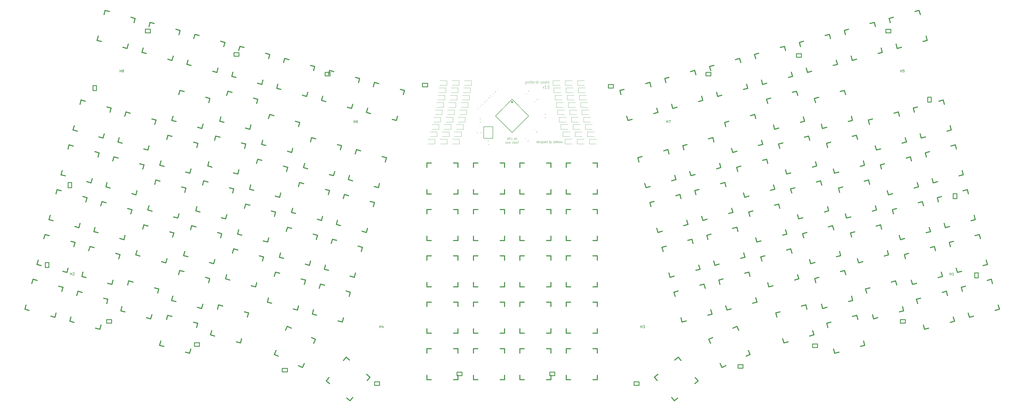
<source format=gbr>
G04 #@! TF.GenerationSoftware,KiCad,Pcbnew,(5.1.5)-3*
G04 #@! TF.CreationDate,2020-05-13T17:56:40+02:00*
G04 #@! TF.ProjectId,endgame_manualroute,656e6467-616d-4655-9f6d-616e75616c72,rev?*
G04 #@! TF.SameCoordinates,Original*
G04 #@! TF.FileFunction,Legend,Top*
G04 #@! TF.FilePolarity,Positive*
%FSLAX46Y46*%
G04 Gerber Fmt 4.6, Leading zero omitted, Abs format (unit mm)*
G04 Created by KiCad (PCBNEW (5.1.5)-3) date 2020-05-13 17:56:40*
%MOMM*%
%LPD*%
G04 APERTURE LIST*
%ADD10C,0.100000*%
%ADD11C,0.120000*%
%ADD12C,0.381000*%
%ADD13C,0.203200*%
%ADD14C,0.254000*%
%ADD15C,0.200000*%
%ADD16C,0.300000*%
%ADD17C,0.150000*%
G04 APERTURE END LIST*
D10*
X216341666Y-90832380D02*
X216341666Y-89832380D01*
X216341666Y-90784761D02*
X216275000Y-90832380D01*
X216141666Y-90832380D01*
X216075000Y-90784761D01*
X216041666Y-90737142D01*
X216008333Y-90641904D01*
X216008333Y-90356190D01*
X216041666Y-90260952D01*
X216075000Y-90213333D01*
X216141666Y-90165714D01*
X216275000Y-90165714D01*
X216341666Y-90213333D01*
X216941666Y-90784761D02*
X216875000Y-90832380D01*
X216741666Y-90832380D01*
X216675000Y-90784761D01*
X216641666Y-90689523D01*
X216641666Y-90308571D01*
X216675000Y-90213333D01*
X216741666Y-90165714D01*
X216875000Y-90165714D01*
X216941666Y-90213333D01*
X216975000Y-90308571D01*
X216975000Y-90403809D01*
X216641666Y-90499047D01*
X217241666Y-90784761D02*
X217308333Y-90832380D01*
X217441666Y-90832380D01*
X217508333Y-90784761D01*
X217541666Y-90689523D01*
X217541666Y-90641904D01*
X217508333Y-90546666D01*
X217441666Y-90499047D01*
X217341666Y-90499047D01*
X217275000Y-90451428D01*
X217241666Y-90356190D01*
X217241666Y-90308571D01*
X217275000Y-90213333D01*
X217341666Y-90165714D01*
X217441666Y-90165714D01*
X217508333Y-90213333D01*
X217841666Y-90832380D02*
X217841666Y-90165714D01*
X217841666Y-89832380D02*
X217808333Y-89880000D01*
X217841666Y-89927619D01*
X217875000Y-89880000D01*
X217841666Y-89832380D01*
X217841666Y-89927619D01*
X218475000Y-90165714D02*
X218475000Y-90975238D01*
X218441666Y-91070476D01*
X218408333Y-91118095D01*
X218341666Y-91165714D01*
X218241666Y-91165714D01*
X218175000Y-91118095D01*
X218475000Y-90784761D02*
X218408333Y-90832380D01*
X218275000Y-90832380D01*
X218208333Y-90784761D01*
X218175000Y-90737142D01*
X218141666Y-90641904D01*
X218141666Y-90356190D01*
X218175000Y-90260952D01*
X218208333Y-90213333D01*
X218275000Y-90165714D01*
X218408333Y-90165714D01*
X218475000Y-90213333D01*
X218808333Y-90165714D02*
X218808333Y-90832380D01*
X218808333Y-90260952D02*
X218841666Y-90213333D01*
X218908333Y-90165714D01*
X219008333Y-90165714D01*
X219075000Y-90213333D01*
X219108333Y-90308571D01*
X219108333Y-90832380D01*
X219708333Y-90784761D02*
X219641666Y-90832380D01*
X219508333Y-90832380D01*
X219441666Y-90784761D01*
X219408333Y-90689523D01*
X219408333Y-90308571D01*
X219441666Y-90213333D01*
X219508333Y-90165714D01*
X219641666Y-90165714D01*
X219708333Y-90213333D01*
X219741666Y-90308571D01*
X219741666Y-90403809D01*
X219408333Y-90499047D01*
X220341666Y-90832380D02*
X220341666Y-89832380D01*
X220341666Y-90784761D02*
X220275000Y-90832380D01*
X220141666Y-90832380D01*
X220075000Y-90784761D01*
X220041666Y-90737142D01*
X220008333Y-90641904D01*
X220008333Y-90356190D01*
X220041666Y-90260952D01*
X220075000Y-90213333D01*
X220141666Y-90165714D01*
X220275000Y-90165714D01*
X220341666Y-90213333D01*
X221208333Y-90832380D02*
X221208333Y-89832380D01*
X221208333Y-90213333D02*
X221275000Y-90165714D01*
X221408333Y-90165714D01*
X221475000Y-90213333D01*
X221508333Y-90260952D01*
X221541666Y-90356190D01*
X221541666Y-90641904D01*
X221508333Y-90737142D01*
X221475000Y-90784761D01*
X221408333Y-90832380D01*
X221275000Y-90832380D01*
X221208333Y-90784761D01*
X221775000Y-90165714D02*
X221941666Y-90832380D01*
X222108333Y-90165714D02*
X221941666Y-90832380D01*
X221875000Y-91070476D01*
X221841666Y-91118095D01*
X221775000Y-91165714D01*
X223208333Y-90832380D02*
X223208333Y-89832380D01*
X223208333Y-90784761D02*
X223141666Y-90832380D01*
X223008333Y-90832380D01*
X222941666Y-90784761D01*
X222908333Y-90737142D01*
X222875000Y-90641904D01*
X222875000Y-90356190D01*
X222908333Y-90260952D01*
X222941666Y-90213333D01*
X223008333Y-90165714D01*
X223141666Y-90165714D01*
X223208333Y-90213333D01*
X223641666Y-90832380D02*
X223575000Y-90784761D01*
X223541666Y-90737142D01*
X223508333Y-90641904D01*
X223508333Y-90356190D01*
X223541666Y-90260952D01*
X223575000Y-90213333D01*
X223641666Y-90165714D01*
X223741666Y-90165714D01*
X223808333Y-90213333D01*
X223841666Y-90260952D01*
X223875000Y-90356190D01*
X223875000Y-90641904D01*
X223841666Y-90737142D01*
X223808333Y-90784761D01*
X223741666Y-90832380D01*
X223641666Y-90832380D01*
X224075000Y-90165714D02*
X224341666Y-90165714D01*
X224175000Y-89832380D02*
X224175000Y-90689523D01*
X224208333Y-90784761D01*
X224275000Y-90832380D01*
X224341666Y-90832380D01*
X224675000Y-90832380D02*
X224608333Y-90784761D01*
X224575000Y-90689523D01*
X224575000Y-89832380D01*
X225208333Y-90784761D02*
X225141666Y-90832380D01*
X225008333Y-90832380D01*
X224941666Y-90784761D01*
X224908333Y-90689523D01*
X224908333Y-90308571D01*
X224941666Y-90213333D01*
X225008333Y-90165714D01*
X225141666Y-90165714D01*
X225208333Y-90213333D01*
X225241666Y-90308571D01*
X225241666Y-90403809D01*
X224908333Y-90499047D01*
X225641666Y-90832380D02*
X225575000Y-90784761D01*
X225541666Y-90737142D01*
X225508333Y-90641904D01*
X225508333Y-90356190D01*
X225541666Y-90260952D01*
X225575000Y-90213333D01*
X225641666Y-90165714D01*
X225741666Y-90165714D01*
X225808333Y-90213333D01*
X225841666Y-90260952D01*
X225875000Y-90356190D01*
X225875000Y-90641904D01*
X225841666Y-90737142D01*
X225808333Y-90784761D01*
X225741666Y-90832380D01*
X225641666Y-90832380D01*
X226175000Y-90165714D02*
X226175000Y-90832380D01*
X226175000Y-90260952D02*
X226208333Y-90213333D01*
X226275000Y-90165714D01*
X226375000Y-90165714D01*
X226441666Y-90213333D01*
X226475000Y-90308571D01*
X226475000Y-90832380D01*
X204133333Y-89482380D02*
X204066666Y-89434761D01*
X204033333Y-89339523D01*
X204033333Y-88482380D01*
X204666666Y-89434761D02*
X204600000Y-89482380D01*
X204466666Y-89482380D01*
X204400000Y-89434761D01*
X204366666Y-89339523D01*
X204366666Y-88958571D01*
X204400000Y-88863333D01*
X204466666Y-88815714D01*
X204600000Y-88815714D01*
X204666666Y-88863333D01*
X204700000Y-88958571D01*
X204700000Y-89053809D01*
X204366666Y-89149047D01*
X204900000Y-88815714D02*
X205166666Y-88815714D01*
X205000000Y-88482380D02*
X205000000Y-89339523D01*
X205033333Y-89434761D01*
X205100000Y-89482380D01*
X205166666Y-89482380D01*
X205433333Y-88482380D02*
X205366666Y-88672857D01*
X205700000Y-89434761D02*
X205766666Y-89482380D01*
X205900000Y-89482380D01*
X205966666Y-89434761D01*
X206000000Y-89339523D01*
X206000000Y-89291904D01*
X205966666Y-89196666D01*
X205900000Y-89149047D01*
X205800000Y-89149047D01*
X205733333Y-89101428D01*
X205700000Y-89006190D01*
X205700000Y-88958571D01*
X205733333Y-88863333D01*
X205800000Y-88815714D01*
X205900000Y-88815714D01*
X205966666Y-88863333D01*
X207133333Y-89482380D02*
X207133333Y-88958571D01*
X207100000Y-88863333D01*
X207033333Y-88815714D01*
X206900000Y-88815714D01*
X206833333Y-88863333D01*
X207133333Y-89434761D02*
X207066666Y-89482380D01*
X206900000Y-89482380D01*
X206833333Y-89434761D01*
X206800000Y-89339523D01*
X206800000Y-89244285D01*
X206833333Y-89149047D01*
X206900000Y-89101428D01*
X207066666Y-89101428D01*
X207133333Y-89053809D01*
X207566666Y-89482380D02*
X207500000Y-89434761D01*
X207466666Y-89339523D01*
X207466666Y-88482380D01*
X207933333Y-89482380D02*
X207866666Y-89434761D01*
X207833333Y-89339523D01*
X207833333Y-88482380D01*
X203483333Y-91082380D02*
X203416666Y-91034761D01*
X203383333Y-90939523D01*
X203383333Y-90082380D01*
X203850000Y-91082380D02*
X203783333Y-91034761D01*
X203750000Y-90987142D01*
X203716666Y-90891904D01*
X203716666Y-90606190D01*
X203750000Y-90510952D01*
X203783333Y-90463333D01*
X203850000Y-90415714D01*
X203950000Y-90415714D01*
X204016666Y-90463333D01*
X204050000Y-90510952D01*
X204083333Y-90606190D01*
X204083333Y-90891904D01*
X204050000Y-90987142D01*
X204016666Y-91034761D01*
X203950000Y-91082380D01*
X203850000Y-91082380D01*
X204316666Y-90415714D02*
X204483333Y-91082380D01*
X204650000Y-90415714D01*
X205183333Y-91034761D02*
X205116666Y-91082380D01*
X204983333Y-91082380D01*
X204916666Y-91034761D01*
X204883333Y-90939523D01*
X204883333Y-90558571D01*
X204916666Y-90463333D01*
X204983333Y-90415714D01*
X205116666Y-90415714D01*
X205183333Y-90463333D01*
X205216666Y-90558571D01*
X205216666Y-90653809D01*
X204883333Y-90749047D01*
X206350000Y-91034761D02*
X206283333Y-91082380D01*
X206150000Y-91082380D01*
X206083333Y-91034761D01*
X206050000Y-90987142D01*
X206016666Y-90891904D01*
X206016666Y-90606190D01*
X206050000Y-90510952D01*
X206083333Y-90463333D01*
X206150000Y-90415714D01*
X206283333Y-90415714D01*
X206350000Y-90463333D01*
X206650000Y-91082380D02*
X206650000Y-90082380D01*
X206950000Y-91082380D02*
X206950000Y-90558571D01*
X206916666Y-90463333D01*
X206850000Y-90415714D01*
X206750000Y-90415714D01*
X206683333Y-90463333D01*
X206650000Y-90510952D01*
X207383333Y-91082380D02*
X207316666Y-91034761D01*
X207283333Y-90987142D01*
X207250000Y-90891904D01*
X207250000Y-90606190D01*
X207283333Y-90510952D01*
X207316666Y-90463333D01*
X207383333Y-90415714D01*
X207483333Y-90415714D01*
X207550000Y-90463333D01*
X207583333Y-90510952D01*
X207616666Y-90606190D01*
X207616666Y-90891904D01*
X207583333Y-90987142D01*
X207550000Y-91034761D01*
X207483333Y-91082380D01*
X207383333Y-91082380D01*
X208216666Y-91034761D02*
X208150000Y-91082380D01*
X208016666Y-91082380D01*
X207950000Y-91034761D01*
X207916666Y-90987142D01*
X207883333Y-90891904D01*
X207883333Y-90606190D01*
X207916666Y-90510952D01*
X207950000Y-90463333D01*
X208016666Y-90415714D01*
X208150000Y-90415714D01*
X208216666Y-90463333D01*
X208516666Y-90987142D02*
X208550000Y-91034761D01*
X208516666Y-91082380D01*
X208483333Y-91034761D01*
X208516666Y-90987142D01*
X208516666Y-91082380D01*
X208516666Y-90701428D02*
X208483333Y-90130000D01*
X208516666Y-90082380D01*
X208550000Y-90130000D01*
X208516666Y-90701428D01*
X208516666Y-90082380D01*
D11*
X211507714Y-65616428D02*
X211507714Y-66916428D01*
X211507714Y-65678333D02*
X211593428Y-65616428D01*
X211764857Y-65616428D01*
X211850571Y-65678333D01*
X211893428Y-65740238D01*
X211936285Y-65864047D01*
X211936285Y-66235476D01*
X211893428Y-66359285D01*
X211850571Y-66421190D01*
X211764857Y-66483095D01*
X211593428Y-66483095D01*
X211507714Y-66421190D01*
X212322000Y-66483095D02*
X212322000Y-65616428D01*
X212322000Y-65864047D02*
X212364857Y-65740238D01*
X212407714Y-65678333D01*
X212493428Y-65616428D01*
X212579142Y-65616428D01*
X213007714Y-66483095D02*
X212922000Y-66421190D01*
X212879142Y-66359285D01*
X212836285Y-66235476D01*
X212836285Y-65864047D01*
X212879142Y-65740238D01*
X212922000Y-65678333D01*
X213007714Y-65616428D01*
X213136285Y-65616428D01*
X213222000Y-65678333D01*
X213264857Y-65740238D01*
X213307714Y-65864047D01*
X213307714Y-66235476D01*
X213264857Y-66359285D01*
X213222000Y-66421190D01*
X213136285Y-66483095D01*
X213007714Y-66483095D01*
X213564857Y-65616428D02*
X213907714Y-65616428D01*
X213693428Y-65183095D02*
X213693428Y-66297380D01*
X213736285Y-66421190D01*
X213822000Y-66483095D01*
X213907714Y-66483095D01*
X214336285Y-66483095D02*
X214250571Y-66421190D01*
X214207714Y-66359285D01*
X214164857Y-66235476D01*
X214164857Y-65864047D01*
X214207714Y-65740238D01*
X214250571Y-65678333D01*
X214336285Y-65616428D01*
X214464857Y-65616428D01*
X214550571Y-65678333D01*
X214593428Y-65740238D01*
X214636285Y-65864047D01*
X214636285Y-66235476D01*
X214593428Y-66359285D01*
X214550571Y-66421190D01*
X214464857Y-66483095D01*
X214336285Y-66483095D01*
X215407714Y-66421190D02*
X215322000Y-66483095D01*
X215150571Y-66483095D01*
X215064857Y-66421190D01*
X215022000Y-66359285D01*
X214979142Y-66235476D01*
X214979142Y-65864047D01*
X215022000Y-65740238D01*
X215064857Y-65678333D01*
X215150571Y-65616428D01*
X215322000Y-65616428D01*
X215407714Y-65678333D01*
X215922000Y-66483095D02*
X215836285Y-66421190D01*
X215793428Y-66359285D01*
X215750571Y-66235476D01*
X215750571Y-65864047D01*
X215793428Y-65740238D01*
X215836285Y-65678333D01*
X215922000Y-65616428D01*
X216050571Y-65616428D01*
X216136285Y-65678333D01*
X216179142Y-65740238D01*
X216222000Y-65864047D01*
X216222000Y-66235476D01*
X216179142Y-66359285D01*
X216136285Y-66421190D01*
X216050571Y-66483095D01*
X215922000Y-66483095D01*
X216736285Y-66483095D02*
X216650571Y-66421190D01*
X216607714Y-66297380D01*
X216607714Y-65183095D01*
X217722000Y-66421190D02*
X217807714Y-66483095D01*
X217979142Y-66483095D01*
X218064857Y-66421190D01*
X218107714Y-66297380D01*
X218107714Y-66235476D01*
X218064857Y-66111666D01*
X217979142Y-66049761D01*
X217850571Y-66049761D01*
X217764857Y-65987857D01*
X217722000Y-65864047D01*
X217722000Y-65802142D01*
X217764857Y-65678333D01*
X217850571Y-65616428D01*
X217979142Y-65616428D01*
X218064857Y-65678333D01*
X218836285Y-66421190D02*
X218750571Y-66483095D01*
X218579142Y-66483095D01*
X218493428Y-66421190D01*
X218450571Y-66297380D01*
X218450571Y-65802142D01*
X218493428Y-65678333D01*
X218579142Y-65616428D01*
X218750571Y-65616428D01*
X218836285Y-65678333D01*
X218879142Y-65802142D01*
X218879142Y-65925952D01*
X218450571Y-66049761D01*
X219179142Y-65616428D02*
X219393428Y-66483095D01*
X219607714Y-65616428D01*
X220293428Y-66421190D02*
X220207714Y-66483095D01*
X220036285Y-66483095D01*
X219950571Y-66421190D01*
X219907714Y-66297380D01*
X219907714Y-65802142D01*
X219950571Y-65678333D01*
X220036285Y-65616428D01*
X220207714Y-65616428D01*
X220293428Y-65678333D01*
X220336285Y-65802142D01*
X220336285Y-65925952D01*
X219907714Y-66049761D01*
X220722000Y-65616428D02*
X220722000Y-66483095D01*
X220722000Y-65740238D02*
X220764857Y-65678333D01*
X220850571Y-65616428D01*
X220979142Y-65616428D01*
X221064857Y-65678333D01*
X221107714Y-65802142D01*
X221107714Y-66483095D01*
X218622000Y-67686428D02*
X218836285Y-68553095D01*
X219050571Y-67686428D01*
X219864857Y-68553095D02*
X219350571Y-68553095D01*
X219607714Y-68553095D02*
X219607714Y-67253095D01*
X219522000Y-67438809D01*
X219436285Y-67562619D01*
X219350571Y-67624523D01*
X220250571Y-68429285D02*
X220293428Y-68491190D01*
X220250571Y-68553095D01*
X220207714Y-68491190D01*
X220250571Y-68429285D01*
X220250571Y-68553095D01*
X220850571Y-67253095D02*
X220936285Y-67253095D01*
X221022000Y-67315000D01*
X221064857Y-67376904D01*
X221107714Y-67500714D01*
X221150571Y-67748333D01*
X221150571Y-68057857D01*
X221107714Y-68305476D01*
X221064857Y-68429285D01*
X221022000Y-68491190D01*
X220936285Y-68553095D01*
X220850571Y-68553095D01*
X220764857Y-68491190D01*
X220722000Y-68429285D01*
X220679142Y-68305476D01*
X220636285Y-68057857D01*
X220636285Y-67748333D01*
X220679142Y-67500714D01*
X220722000Y-67376904D01*
X220764857Y-67315000D01*
X220850571Y-67253095D01*
D12*
X36292529Y-48774015D02*
X36752709Y-47056599D01*
X39579531Y-36506757D02*
X41296947Y-36966937D01*
X49019967Y-50343601D02*
X48559787Y-52061017D01*
X48559787Y-52061017D02*
X46842371Y-51600837D01*
X51846789Y-39793759D02*
X51386609Y-41511175D01*
X39119351Y-38224173D02*
X39579531Y-36506757D01*
X50129373Y-39333579D02*
X51846789Y-39793759D01*
X38009945Y-49234195D02*
X36292529Y-48774015D01*
X26457429Y-85479215D02*
X26917609Y-83761799D01*
X29744431Y-73211957D02*
X31461847Y-73672137D01*
X39184867Y-87048801D02*
X38724687Y-88766217D01*
X38724687Y-88766217D02*
X37007271Y-88306037D01*
X42011689Y-76498959D02*
X41551509Y-78216375D01*
X29284251Y-74929373D02*
X29744431Y-73211957D01*
X40294273Y-76038779D02*
X42011689Y-76498959D01*
X28174845Y-85939395D02*
X26457429Y-85479215D01*
X21539829Y-103831814D02*
X22000009Y-102114398D01*
X24826831Y-91564556D02*
X26544247Y-92024736D01*
X34267267Y-105401400D02*
X33807087Y-107118816D01*
X33807087Y-107118816D02*
X32089671Y-106658636D01*
X37094089Y-94851558D02*
X36633909Y-96568974D01*
X24366651Y-93281972D02*
X24826831Y-91564556D01*
X35376673Y-94391378D02*
X37094089Y-94851558D01*
X23257245Y-104291994D02*
X21539829Y-103831814D01*
X16622228Y-122184612D02*
X17082408Y-120467196D01*
X19909230Y-109917354D02*
X21626646Y-110377534D01*
X29349666Y-123754198D02*
X28889486Y-125471614D01*
X28889486Y-125471614D02*
X27172070Y-125011434D01*
X32176488Y-113204356D02*
X31716308Y-114921772D01*
X19449050Y-111634770D02*
X19909230Y-109917354D01*
X30459072Y-112744176D02*
X32176488Y-113204356D01*
X18339644Y-122644792D02*
X16622228Y-122184612D01*
X27258988Y-131556358D02*
X26798808Y-133273774D01*
X23971986Y-143823616D02*
X22254570Y-143363436D01*
X14531550Y-129986772D02*
X14991730Y-128269356D01*
X14991730Y-128269356D02*
X16709146Y-128729536D01*
X11704728Y-140536614D02*
X12164908Y-138819198D01*
X24432166Y-142106200D02*
X23971986Y-143823616D01*
X13422144Y-140996794D02*
X11704728Y-140536614D01*
X25541572Y-131096178D02*
X27258988Y-131556358D01*
X6787126Y-158889614D02*
X7247306Y-157172198D01*
X10074128Y-146622356D02*
X11791544Y-147082536D01*
X19514564Y-160459200D02*
X19054384Y-162176616D01*
X19054384Y-162176616D02*
X17336968Y-161716436D01*
X22341386Y-149909358D02*
X21881206Y-151626774D01*
X9613948Y-148339772D02*
X10074128Y-146622356D01*
X20623970Y-149449178D02*
X22341386Y-149909358D01*
X8504542Y-159349794D02*
X6787126Y-158889614D01*
X54645128Y-53691514D02*
X55105308Y-51974098D01*
X57932130Y-41424256D02*
X59649546Y-41884436D01*
X67372566Y-55261100D02*
X66912386Y-56978516D01*
X66912386Y-56978516D02*
X65194970Y-56518336D01*
X70199388Y-44711258D02*
X69739208Y-46428674D01*
X57471950Y-43141672D02*
X57932130Y-41424256D01*
X68481972Y-44251078D02*
X70199388Y-44711258D01*
X56362544Y-54151694D02*
X54645128Y-53691514D01*
X44810032Y-90396712D02*
X45270212Y-88679296D01*
X48097034Y-78129454D02*
X49814450Y-78589634D01*
X57537470Y-91966298D02*
X57077290Y-93683714D01*
X57077290Y-93683714D02*
X55359874Y-93223534D01*
X60364292Y-81416456D02*
X59904112Y-83133872D01*
X47636854Y-79846870D02*
X48097034Y-78129454D01*
X58646876Y-80956276D02*
X60364292Y-81416456D01*
X46527448Y-90856892D02*
X44810032Y-90396712D01*
X39892430Y-108749313D02*
X40352610Y-107031897D01*
X43179432Y-96482055D02*
X44896848Y-96942235D01*
X52619868Y-110318899D02*
X52159688Y-112036315D01*
X52159688Y-112036315D02*
X50442272Y-111576135D01*
X55446690Y-99769057D02*
X54986510Y-101486473D01*
X42719252Y-98199471D02*
X43179432Y-96482055D01*
X53729274Y-99308877D02*
X55446690Y-99769057D01*
X41609846Y-109209493D02*
X39892430Y-108749313D01*
X34974830Y-127101613D02*
X35435010Y-125384197D01*
X38261832Y-114834355D02*
X39979248Y-115294535D01*
X47702268Y-128671199D02*
X47242088Y-130388615D01*
X47242088Y-130388615D02*
X45524672Y-129928435D01*
X50529090Y-118121357D02*
X50068910Y-119838773D01*
X37801652Y-116551771D02*
X38261832Y-114834355D01*
X48811674Y-117661177D02*
X50529090Y-118121357D01*
X36692246Y-127561793D02*
X34974830Y-127101613D01*
X30057328Y-145454614D02*
X30517508Y-143737198D01*
X33344330Y-133187356D02*
X35061746Y-133647536D01*
X42784766Y-147024200D02*
X42324586Y-148741616D01*
X42324586Y-148741616D02*
X40607170Y-148281436D01*
X45611588Y-136474358D02*
X45151408Y-138191774D01*
X32884150Y-134904772D02*
X33344330Y-133187356D01*
X43894172Y-136014178D02*
X45611588Y-136474358D01*
X31774744Y-145914794D02*
X30057328Y-145454614D01*
X25139732Y-163806615D02*
X25599912Y-162089199D01*
X28426734Y-151539357D02*
X30144150Y-151999537D01*
X37867170Y-165376201D02*
X37406990Y-167093617D01*
X37406990Y-167093617D02*
X35689574Y-166633437D01*
X40693992Y-154826359D02*
X40233812Y-156543775D01*
X27966554Y-153256773D02*
X28426734Y-151539357D01*
X38976576Y-154366179D02*
X40693992Y-154826359D01*
X26857148Y-164266795D02*
X25139732Y-163806615D01*
X72997731Y-58609115D02*
X73457911Y-56891699D01*
X76284733Y-46341857D02*
X78002149Y-46802037D01*
X85725169Y-60178701D02*
X85264989Y-61896117D01*
X85264989Y-61896117D02*
X83547573Y-61435937D01*
X88551991Y-49628859D02*
X88091811Y-51346275D01*
X75824553Y-48059273D02*
X76284733Y-46341857D01*
X86834575Y-49168679D02*
X88551991Y-49628859D01*
X74715147Y-59069295D02*
X72997731Y-58609115D01*
X66850729Y-81549814D02*
X67310909Y-79832398D01*
X70137731Y-69282556D02*
X71855147Y-69742736D01*
X79578167Y-83119400D02*
X79117987Y-84836816D01*
X79117987Y-84836816D02*
X77400571Y-84376636D01*
X82404989Y-72569558D02*
X81944809Y-74286974D01*
X69677551Y-70999972D02*
X70137731Y-69282556D01*
X80687573Y-72109378D02*
X82404989Y-72569558D01*
X68568145Y-82009994D02*
X66850729Y-81549814D01*
X61933230Y-99902415D02*
X62393410Y-98184999D01*
X65220232Y-87635157D02*
X66937648Y-88095337D01*
X74660668Y-101472001D02*
X74200488Y-103189417D01*
X74200488Y-103189417D02*
X72483072Y-102729237D01*
X77487490Y-90922159D02*
X77027310Y-92639575D01*
X64760052Y-89352573D02*
X65220232Y-87635157D01*
X75770074Y-90461979D02*
X77487490Y-90922159D01*
X63650646Y-100362595D02*
X61933230Y-99902415D01*
X57015629Y-118254613D02*
X57475809Y-116537197D01*
X60302631Y-105987355D02*
X62020047Y-106447535D01*
X69743067Y-119824199D02*
X69282887Y-121541615D01*
X69282887Y-121541615D02*
X67565471Y-121081435D01*
X72569889Y-109274357D02*
X72109709Y-110991773D01*
X59842451Y-107704771D02*
X60302631Y-105987355D01*
X70852473Y-108814177D02*
X72569889Y-109274357D01*
X58733045Y-118714793D02*
X57015629Y-118254613D01*
X52098030Y-136607613D02*
X52558210Y-134890197D01*
X55385032Y-124340355D02*
X57102448Y-124800535D01*
X64825468Y-138177199D02*
X64365288Y-139894615D01*
X64365288Y-139894615D02*
X62647872Y-139434435D01*
X67652290Y-127627357D02*
X67192110Y-129344773D01*
X54924852Y-126057771D02*
X55385032Y-124340355D01*
X65934874Y-127167177D02*
X67652290Y-127627357D01*
X53815446Y-137067793D02*
X52098030Y-136607613D01*
X45952428Y-159548614D02*
X46412608Y-157831198D01*
X49239430Y-147281356D02*
X50956846Y-147741536D01*
X58679866Y-161118200D02*
X58219686Y-162835616D01*
X58219686Y-162835616D02*
X56502270Y-162375436D01*
X61506688Y-150568358D02*
X61046508Y-152285774D01*
X48779250Y-148998772D02*
X49239430Y-147281356D01*
X59789272Y-150108178D02*
X61506688Y-150568358D01*
X47669844Y-160008794D02*
X45952428Y-159548614D01*
X91349930Y-63526713D02*
X91810110Y-61809297D01*
X94636932Y-51259455D02*
X96354348Y-51719635D01*
X104077368Y-65096299D02*
X103617188Y-66813715D01*
X103617188Y-66813715D02*
X101899772Y-66353535D01*
X106904190Y-54546457D02*
X106444010Y-56263873D01*
X94176752Y-52976871D02*
X94636932Y-51259455D01*
X105186774Y-54086277D02*
X106904190Y-54546457D01*
X93067346Y-63986893D02*
X91349930Y-63526713D01*
X86432730Y-81879314D02*
X86892910Y-80161898D01*
X89719732Y-69612056D02*
X91437148Y-70072236D01*
X99160168Y-83448900D02*
X98699988Y-85166316D01*
X98699988Y-85166316D02*
X96982572Y-84706136D01*
X101986990Y-72899058D02*
X101526810Y-74616474D01*
X89259552Y-71329472D02*
X89719732Y-69612056D01*
X100269574Y-72438878D02*
X101986990Y-72899058D01*
X88150146Y-82339494D02*
X86432730Y-81879314D01*
X81515128Y-100231814D02*
X81975308Y-98514398D01*
X84802130Y-87964556D02*
X86519546Y-88424736D01*
X94242566Y-101801400D02*
X93782386Y-103518816D01*
X93782386Y-103518816D02*
X92064970Y-103058636D01*
X97069388Y-91251558D02*
X96609208Y-92968974D01*
X84341950Y-89681972D02*
X84802130Y-87964556D01*
X95351972Y-90791378D02*
X97069388Y-91251558D01*
X83232544Y-100691994D02*
X81515128Y-100231814D01*
X76597630Y-118584616D02*
X77057810Y-116867200D01*
X79884632Y-106317358D02*
X81602048Y-106777538D01*
X89325068Y-120154202D02*
X88864888Y-121871618D01*
X88864888Y-121871618D02*
X87147472Y-121411438D01*
X92151890Y-109604360D02*
X91691710Y-111321776D01*
X79424452Y-108034774D02*
X79884632Y-106317358D01*
X90434474Y-109144180D02*
X92151890Y-109604360D01*
X78315046Y-119044796D02*
X76597630Y-118584616D01*
X71680030Y-136936615D02*
X72140210Y-135219199D01*
X74967032Y-124669357D02*
X76684448Y-125129537D01*
X84407468Y-138506201D02*
X83947288Y-140223617D01*
X83947288Y-140223617D02*
X82229872Y-139763437D01*
X87234290Y-127956359D02*
X86774110Y-129673775D01*
X74506852Y-126386773D02*
X74967032Y-124669357D01*
X85516874Y-127496179D02*
X87234290Y-127956359D01*
X73397446Y-137396795D02*
X71680030Y-136936615D01*
X66763729Y-155289613D02*
X67223909Y-153572197D01*
X70050731Y-143022355D02*
X71768147Y-143482535D01*
X79491167Y-156859199D02*
X79030987Y-158576615D01*
X79030987Y-158576615D02*
X77313571Y-158116435D01*
X82317989Y-146309357D02*
X81857809Y-148026773D01*
X69590551Y-144739771D02*
X70050731Y-143022355D01*
X80600573Y-145849177D02*
X82317989Y-146309357D01*
X68481145Y-155749793D02*
X66763729Y-155289613D01*
X109702928Y-68444214D02*
X110163108Y-66726798D01*
X112989930Y-56176956D02*
X114707346Y-56637136D01*
X122430366Y-70013800D02*
X121970186Y-71731216D01*
X121970186Y-71731216D02*
X120252770Y-71271036D01*
X125257188Y-59463958D02*
X124797008Y-61181374D01*
X112529750Y-57894372D02*
X112989930Y-56176956D01*
X123539772Y-59003778D02*
X125257188Y-59463958D01*
X111420344Y-68904394D02*
X109702928Y-68444214D01*
X103555928Y-91385015D02*
X104016108Y-89667599D01*
X106842930Y-79117757D02*
X108560346Y-79577937D01*
X116283366Y-92954601D02*
X115823186Y-94672017D01*
X115823186Y-94672017D02*
X114105770Y-94211837D01*
X119110188Y-82404759D02*
X118650008Y-84122175D01*
X106382750Y-80835173D02*
X106842930Y-79117757D01*
X117392772Y-81944579D02*
X119110188Y-82404759D01*
X105273344Y-91845195D02*
X103555928Y-91385015D01*
X98637929Y-109737614D02*
X99098109Y-108020198D01*
X101924931Y-97470356D02*
X103642347Y-97930536D01*
X111365367Y-111307200D02*
X110905187Y-113024616D01*
X110905187Y-113024616D02*
X109187771Y-112564436D01*
X114192189Y-100757358D02*
X113732009Y-102474774D01*
X101464751Y-99187772D02*
X101924931Y-97470356D01*
X112474773Y-100297178D02*
X114192189Y-100757358D01*
X100355345Y-110197794D02*
X98637929Y-109737614D01*
X93720929Y-128090615D02*
X94181109Y-126373199D01*
X97007931Y-115823357D02*
X98725347Y-116283537D01*
X106448367Y-129660201D02*
X105988187Y-131377617D01*
X105988187Y-131377617D02*
X104270771Y-130917437D01*
X109275189Y-119110359D02*
X108815009Y-120827775D01*
X96547751Y-117540773D02*
X97007931Y-115823357D01*
X107557773Y-118650179D02*
X109275189Y-119110359D01*
X95438345Y-128550795D02*
X93720929Y-128090615D01*
X88802929Y-146442614D02*
X89263109Y-144725198D01*
X92089931Y-134175356D02*
X93807347Y-134635536D01*
X101530367Y-148012200D02*
X101070187Y-149729616D01*
X101070187Y-149729616D02*
X99352771Y-149269436D01*
X104357189Y-137462358D02*
X103897009Y-139179774D01*
X91629751Y-135892772D02*
X92089931Y-134175356D01*
X102639773Y-137002178D02*
X104357189Y-137462358D01*
X90520345Y-146902794D02*
X88802929Y-146442614D01*
X82657531Y-169383614D02*
X83117711Y-167666198D01*
X85944533Y-157116356D02*
X87661949Y-157576536D01*
X95384969Y-170953200D02*
X94924789Y-172670616D01*
X94924789Y-172670616D02*
X93207373Y-172210436D01*
X98211791Y-160403358D02*
X97751611Y-162120774D01*
X85484353Y-158833772D02*
X85944533Y-157116356D01*
X96494375Y-159943178D02*
X98211791Y-160403358D01*
X84374947Y-169843794D02*
X82657531Y-169383614D01*
X128055930Y-73361814D02*
X128516110Y-71644398D01*
X131342932Y-61094556D02*
X133060348Y-61554736D01*
X140783368Y-74931400D02*
X140323188Y-76648816D01*
X140323188Y-76648816D02*
X138605772Y-76188636D01*
X143610190Y-64381558D02*
X143150010Y-66098974D01*
X130882752Y-62811972D02*
X131342932Y-61094556D01*
X141892774Y-63921378D02*
X143610190Y-64381558D01*
X129773346Y-73821994D02*
X128055930Y-73361814D01*
X120678930Y-100890716D02*
X121139110Y-99173300D01*
X123965932Y-88623458D02*
X125683348Y-89083638D01*
X133406368Y-102460302D02*
X132946188Y-104177718D01*
X132946188Y-104177718D02*
X131228772Y-103717538D01*
X136233190Y-91910460D02*
X135773010Y-93627876D01*
X123505752Y-90340874D02*
X123965932Y-88623458D01*
X134515774Y-91450280D02*
X136233190Y-91910460D01*
X122396346Y-101350896D02*
X120678930Y-100890716D01*
X115761932Y-119243613D02*
X116222112Y-117526197D01*
X119048934Y-106976355D02*
X120766350Y-107436535D01*
X128489370Y-120813199D02*
X128029190Y-122530615D01*
X128029190Y-122530615D02*
X126311774Y-122070435D01*
X131316192Y-110263357D02*
X130856012Y-111980773D01*
X118588754Y-108693771D02*
X119048934Y-106976355D01*
X129598776Y-109803177D02*
X131316192Y-110263357D01*
X117479348Y-119703793D02*
X115761932Y-119243613D01*
X110843929Y-137595614D02*
X111304109Y-135878198D01*
X114130931Y-125328356D02*
X115848347Y-125788536D01*
X123571367Y-139165200D02*
X123111187Y-140882616D01*
X123111187Y-140882616D02*
X121393771Y-140422436D01*
X126398189Y-128615358D02*
X125938009Y-130332774D01*
X113670751Y-127045772D02*
X114130931Y-125328356D01*
X124680773Y-128155178D02*
X126398189Y-128615358D01*
X112561345Y-138055794D02*
X110843929Y-137595614D01*
X105926931Y-155948615D02*
X106387111Y-154231199D01*
X109213933Y-143681357D02*
X110931349Y-144141537D01*
X118654369Y-157518201D02*
X118194189Y-159235617D01*
X118194189Y-159235617D02*
X116476773Y-158775437D01*
X121481191Y-146968359D02*
X121021011Y-148685775D01*
X108753753Y-145398773D02*
X109213933Y-143681357D01*
X119763775Y-146508179D02*
X121481191Y-146968359D01*
X107644347Y-156408795D02*
X105926931Y-155948615D01*
X108712380Y-177375913D02*
X109463795Y-175764498D01*
X114079632Y-165865805D02*
X115691047Y-166617220D01*
X120973904Y-181131750D02*
X120222488Y-182743165D01*
X120222488Y-182743165D02*
X118611073Y-181991750D01*
X125589740Y-171233057D02*
X124838325Y-172844472D01*
X113328216Y-167477220D02*
X114079632Y-165865805D01*
X123978325Y-170481641D02*
X125589740Y-171233057D01*
X110323795Y-178127329D02*
X108712380Y-177375913D01*
X146407930Y-78279413D02*
X146868110Y-76561997D01*
X149694932Y-66012155D02*
X151412348Y-66472335D01*
X159135368Y-79848999D02*
X158675188Y-81566415D01*
X158675188Y-81566415D02*
X156957772Y-81106235D01*
X161962190Y-69299157D02*
X161502010Y-71016573D01*
X149234752Y-67729571D02*
X149694932Y-66012155D01*
X160244774Y-68838977D02*
X161962190Y-69299157D01*
X148125346Y-78739593D02*
X146407930Y-78279413D01*
X139031929Y-105808214D02*
X139492109Y-104090798D01*
X142318931Y-93540956D02*
X144036347Y-94001136D01*
X151759367Y-107377800D02*
X151299187Y-109095216D01*
X151299187Y-109095216D02*
X149581771Y-108635036D01*
X154586189Y-96827958D02*
X154126009Y-98545374D01*
X141858751Y-95258372D02*
X142318931Y-93540956D01*
X152868773Y-96367778D02*
X154586189Y-96827958D01*
X140749345Y-106268394D02*
X139031929Y-105808214D01*
X134113929Y-124160614D02*
X134574109Y-122443198D01*
X137400931Y-111893356D02*
X139118347Y-112353536D01*
X146841367Y-125730200D02*
X146381187Y-127447616D01*
X146381187Y-127447616D02*
X144663771Y-126987436D01*
X149668189Y-115180358D02*
X149208009Y-116897774D01*
X136940751Y-113610772D02*
X137400931Y-111893356D01*
X147950773Y-114720178D02*
X149668189Y-115180358D01*
X135831345Y-124620794D02*
X134113929Y-124160614D01*
X129196929Y-142513614D02*
X129657109Y-140796198D01*
X132483931Y-130246356D02*
X134201347Y-130706536D01*
X141924367Y-144083200D02*
X141464187Y-145800616D01*
X141464187Y-145800616D02*
X139746771Y-145340436D01*
X144751189Y-133533358D02*
X144291009Y-135250774D01*
X132023751Y-131963772D02*
X132483931Y-130246356D01*
X143033773Y-133073178D02*
X144751189Y-133533358D01*
X130914345Y-142973794D02*
X129196929Y-142513614D01*
X124278930Y-160865613D02*
X124739110Y-159148197D01*
X127565932Y-148598355D02*
X129283348Y-149058535D01*
X137006368Y-162435199D02*
X136546188Y-164152615D01*
X136546188Y-164152615D02*
X134828772Y-163692435D01*
X139833190Y-151885357D02*
X139373010Y-153602773D01*
X127105752Y-150315771D02*
X127565932Y-148598355D01*
X138115774Y-151425177D02*
X139833190Y-151885357D01*
X125996346Y-161325793D02*
X124278930Y-160865613D01*
X129951975Y-188245168D02*
X131094852Y-186883141D01*
X138115378Y-178516403D02*
X139477405Y-179659280D01*
X140823616Y-195046544D02*
X139680740Y-196408571D01*
X139680740Y-196408571D02*
X138318713Y-195265694D01*
X147844143Y-186679806D02*
X146701266Y-188041833D01*
X136972502Y-179878430D02*
X138115378Y-178516403D01*
X146482116Y-185536930D02*
X147844143Y-186679806D01*
X131314002Y-189388044D02*
X129951975Y-188245168D01*
X61858727Y-173645612D02*
X62318907Y-171928196D01*
X65145729Y-161378354D02*
X66863145Y-161838534D01*
X74586165Y-175215198D02*
X74125985Y-176932614D01*
X74125985Y-176932614D02*
X72408569Y-176472434D01*
X77412987Y-164665356D02*
X76952807Y-166382772D01*
X64685549Y-163095770D02*
X65145729Y-161378354D01*
X75695571Y-164205176D02*
X77412987Y-164665356D01*
X63576143Y-174105792D02*
X61858727Y-173645612D01*
X171142060Y-111714185D02*
X171142060Y-109936185D01*
X171142060Y-99014185D02*
X172920060Y-99014185D01*
X183842060Y-109936185D02*
X183842060Y-111714185D01*
X183842060Y-111714185D02*
X182064060Y-111714185D01*
X183842060Y-99014185D02*
X183842060Y-100792185D01*
X171142060Y-100792185D02*
X171142060Y-99014185D01*
X182064060Y-99014185D02*
X183842060Y-99014185D01*
X172920060Y-111714185D02*
X171142060Y-111714185D01*
X171142062Y-130714486D02*
X171142062Y-128936486D01*
X171142062Y-118014486D02*
X172920062Y-118014486D01*
X183842062Y-128936486D02*
X183842062Y-130714486D01*
X183842062Y-130714486D02*
X182064062Y-130714486D01*
X183842062Y-118014486D02*
X183842062Y-119792486D01*
X171142062Y-119792486D02*
X171142062Y-118014486D01*
X182064062Y-118014486D02*
X183842062Y-118014486D01*
X172920062Y-130714486D02*
X171142062Y-130714486D01*
X171142058Y-149714488D02*
X171142058Y-147936488D01*
X171142058Y-137014488D02*
X172920058Y-137014488D01*
X183842058Y-147936488D02*
X183842058Y-149714488D01*
X183842058Y-149714488D02*
X182064058Y-149714488D01*
X183842058Y-137014488D02*
X183842058Y-138792488D01*
X171142058Y-138792488D02*
X171142058Y-137014488D01*
X182064058Y-137014488D02*
X183842058Y-137014488D01*
X172920058Y-149714488D02*
X171142058Y-149714488D01*
X171142059Y-168714486D02*
X171142059Y-166936486D01*
X171142059Y-156014486D02*
X172920059Y-156014486D01*
X183842059Y-166936486D02*
X183842059Y-168714486D01*
X183842059Y-168714486D02*
X182064059Y-168714486D01*
X183842059Y-156014486D02*
X183842059Y-157792486D01*
X171142059Y-157792486D02*
X171142059Y-156014486D01*
X182064059Y-156014486D02*
X183842059Y-156014486D01*
X172920059Y-168714486D02*
X171142059Y-168714486D01*
X171142059Y-187714487D02*
X171142059Y-185936487D01*
X171142059Y-175014487D02*
X172920059Y-175014487D01*
X183842059Y-185936487D02*
X183842059Y-187714487D01*
X183842059Y-187714487D02*
X182064059Y-187714487D01*
X183842059Y-175014487D02*
X183842059Y-176792487D01*
X171142059Y-176792487D02*
X171142059Y-175014487D01*
X182064059Y-175014487D02*
X183842059Y-175014487D01*
X172920059Y-187714487D02*
X171142059Y-187714487D01*
X190142060Y-111714187D02*
X190142060Y-109936187D01*
X190142060Y-99014187D02*
X191920060Y-99014187D01*
X202842060Y-109936187D02*
X202842060Y-111714187D01*
X202842060Y-111714187D02*
X201064060Y-111714187D01*
X202842060Y-99014187D02*
X202842060Y-100792187D01*
X190142060Y-100792187D02*
X190142060Y-99014187D01*
X201064060Y-99014187D02*
X202842060Y-99014187D01*
X191920060Y-111714187D02*
X190142060Y-111714187D01*
X190142060Y-130714487D02*
X190142060Y-128936487D01*
X190142060Y-118014487D02*
X191920060Y-118014487D01*
X202842060Y-128936487D02*
X202842060Y-130714487D01*
X202842060Y-130714487D02*
X201064060Y-130714487D01*
X202842060Y-118014487D02*
X202842060Y-119792487D01*
X190142060Y-119792487D02*
X190142060Y-118014487D01*
X201064060Y-118014487D02*
X202842060Y-118014487D01*
X191920060Y-130714487D02*
X190142060Y-130714487D01*
X190142059Y-149714484D02*
X190142059Y-147936484D01*
X190142059Y-137014484D02*
X191920059Y-137014484D01*
X202842059Y-147936484D02*
X202842059Y-149714484D01*
X202842059Y-149714484D02*
X201064059Y-149714484D01*
X202842059Y-137014484D02*
X202842059Y-138792484D01*
X190142059Y-138792484D02*
X190142059Y-137014484D01*
X201064059Y-137014484D02*
X202842059Y-137014484D01*
X191920059Y-149714484D02*
X190142059Y-149714484D01*
X190142060Y-168714488D02*
X190142060Y-166936488D01*
X190142060Y-156014488D02*
X191920060Y-156014488D01*
X202842060Y-166936488D02*
X202842060Y-168714488D01*
X202842060Y-168714488D02*
X201064060Y-168714488D01*
X202842060Y-156014488D02*
X202842060Y-157792488D01*
X190142060Y-157792488D02*
X190142060Y-156014488D01*
X201064060Y-156014488D02*
X202842060Y-156014488D01*
X191920060Y-168714488D02*
X190142060Y-168714488D01*
X202842060Y-175014486D02*
X202842060Y-176792486D01*
X202842060Y-187714486D02*
X201064060Y-187714486D01*
X190142060Y-176792486D02*
X190142060Y-175014486D01*
X190142060Y-175014486D02*
X191920060Y-175014486D01*
X190142060Y-187714486D02*
X190142060Y-185936486D01*
X202842060Y-185936486D02*
X202842060Y-187714486D01*
X191920060Y-187714486D02*
X190142060Y-187714486D01*
X201064060Y-175014486D02*
X202842060Y-175014486D01*
X209142061Y-111714186D02*
X209142061Y-109936186D01*
X209142061Y-99014186D02*
X210920061Y-99014186D01*
X221842061Y-109936186D02*
X221842061Y-111714186D01*
X221842061Y-111714186D02*
X220064061Y-111714186D01*
X221842061Y-99014186D02*
X221842061Y-100792186D01*
X209142061Y-100792186D02*
X209142061Y-99014186D01*
X220064061Y-99014186D02*
X221842061Y-99014186D01*
X210920061Y-111714186D02*
X209142061Y-111714186D01*
X209142059Y-130714486D02*
X209142059Y-128936486D01*
X209142059Y-118014486D02*
X210920059Y-118014486D01*
X221842059Y-128936486D02*
X221842059Y-130714486D01*
X221842059Y-130714486D02*
X220064059Y-130714486D01*
X221842059Y-118014486D02*
X221842059Y-119792486D01*
X209142059Y-119792486D02*
X209142059Y-118014486D01*
X220064059Y-118014486D02*
X221842059Y-118014486D01*
X210920059Y-130714486D02*
X209142059Y-130714486D01*
X209142058Y-149714487D02*
X209142058Y-147936487D01*
X209142058Y-137014487D02*
X210920058Y-137014487D01*
X221842058Y-147936487D02*
X221842058Y-149714487D01*
X221842058Y-149714487D02*
X220064058Y-149714487D01*
X221842058Y-137014487D02*
X221842058Y-138792487D01*
X209142058Y-138792487D02*
X209142058Y-137014487D01*
X220064058Y-137014487D02*
X221842058Y-137014487D01*
X210920058Y-149714487D02*
X209142058Y-149714487D01*
X209142057Y-168714487D02*
X209142057Y-166936487D01*
X209142057Y-156014487D02*
X210920057Y-156014487D01*
X221842057Y-166936487D02*
X221842057Y-168714487D01*
X221842057Y-168714487D02*
X220064057Y-168714487D01*
X221842057Y-156014487D02*
X221842057Y-157792487D01*
X209142057Y-157792487D02*
X209142057Y-156014487D01*
X220064057Y-156014487D02*
X221842057Y-156014487D01*
X210920057Y-168714487D02*
X209142057Y-168714487D01*
X209142060Y-187714487D02*
X209142060Y-185936487D01*
X209142060Y-175014487D02*
X210920060Y-175014487D01*
X221842060Y-185936487D02*
X221842060Y-187714487D01*
X221842060Y-187714487D02*
X220064060Y-187714487D01*
X221842060Y-175014487D02*
X221842060Y-176792487D01*
X209142060Y-176792487D02*
X209142060Y-175014487D01*
X220064060Y-175014487D02*
X221842060Y-175014487D01*
X210920060Y-187714487D02*
X209142060Y-187714487D01*
X337869932Y-176929616D02*
X337409752Y-175212200D01*
X334582930Y-164662358D02*
X336300346Y-164202178D01*
X349677010Y-171925198D02*
X350137190Y-173642614D01*
X350137190Y-173642614D02*
X348419774Y-174102794D01*
X346850188Y-161375356D02*
X347310368Y-163092772D01*
X335043110Y-166379774D02*
X334582930Y-164662358D01*
X345132772Y-161835536D02*
X346850188Y-161375356D01*
X339587348Y-176469436D02*
X337869932Y-176929616D01*
X228142059Y-111714187D02*
X228142059Y-109936187D01*
X228142059Y-99014187D02*
X229920059Y-99014187D01*
X240842059Y-109936187D02*
X240842059Y-111714187D01*
X240842059Y-111714187D02*
X239064059Y-111714187D01*
X240842059Y-99014187D02*
X240842059Y-100792187D01*
X228142059Y-100792187D02*
X228142059Y-99014187D01*
X239064059Y-99014187D02*
X240842059Y-99014187D01*
X229920059Y-111714187D02*
X228142059Y-111714187D01*
X228142058Y-130714486D02*
X228142058Y-128936486D01*
X228142058Y-118014486D02*
X229920058Y-118014486D01*
X240842058Y-128936486D02*
X240842058Y-130714486D01*
X240842058Y-130714486D02*
X239064058Y-130714486D01*
X240842058Y-118014486D02*
X240842058Y-119792486D01*
X228142058Y-119792486D02*
X228142058Y-118014486D01*
X239064058Y-118014486D02*
X240842058Y-118014486D01*
X229920058Y-130714486D02*
X228142058Y-130714486D01*
X228142059Y-149714487D02*
X228142059Y-147936487D01*
X228142059Y-137014487D02*
X229920059Y-137014487D01*
X240842059Y-147936487D02*
X240842059Y-149714487D01*
X240842059Y-149714487D02*
X239064059Y-149714487D01*
X240842059Y-137014487D02*
X240842059Y-138792487D01*
X228142059Y-138792487D02*
X228142059Y-137014487D01*
X239064059Y-137014487D02*
X240842059Y-137014487D01*
X229920059Y-149714487D02*
X228142059Y-149714487D01*
X228142060Y-168714485D02*
X228142060Y-166936485D01*
X228142060Y-156014485D02*
X229920060Y-156014485D01*
X240842060Y-166936485D02*
X240842060Y-168714485D01*
X240842060Y-168714485D02*
X239064060Y-168714485D01*
X240842060Y-156014485D02*
X240842060Y-157792485D01*
X228142060Y-157792485D02*
X228142060Y-156014485D01*
X239064060Y-156014485D02*
X240842060Y-156014485D01*
X229920060Y-168714485D02*
X228142060Y-168714485D01*
X240842060Y-175014485D02*
X240842060Y-176792485D01*
X240842060Y-187714485D02*
X239064060Y-187714485D01*
X228142060Y-176792485D02*
X228142060Y-175014485D01*
X228142060Y-175014485D02*
X229920060Y-175014485D01*
X228142060Y-187714485D02*
X228142060Y-185936485D01*
X240842060Y-185936485D02*
X240842060Y-187714485D01*
X229920060Y-187714485D02*
X228142060Y-187714485D01*
X239064060Y-175014485D02*
X240842060Y-175014485D01*
X253306932Y-81566415D02*
X252846752Y-79848999D01*
X250019930Y-69299157D02*
X251737346Y-68838977D01*
X265114010Y-76561997D02*
X265574190Y-78279413D01*
X265574190Y-78279413D02*
X263856774Y-78739593D01*
X262287188Y-66012155D02*
X262747368Y-67729571D01*
X250480110Y-71016573D02*
X250019930Y-69299157D01*
X260569772Y-66472335D02*
X262287188Y-66012155D01*
X255024348Y-81106235D02*
X253306932Y-81566415D01*
X260682932Y-109095215D02*
X260222752Y-107377799D01*
X257395930Y-96827957D02*
X259113346Y-96367777D01*
X272490010Y-104090797D02*
X272950190Y-105808213D01*
X272950190Y-105808213D02*
X271232774Y-106268393D01*
X269663188Y-93540955D02*
X270123368Y-95258371D01*
X257856110Y-98545373D02*
X257395930Y-96827957D01*
X267945772Y-94001135D02*
X269663188Y-93540955D01*
X262400348Y-108635035D02*
X260682932Y-109095215D01*
X265600931Y-127447614D02*
X265140751Y-125730198D01*
X262313929Y-115180356D02*
X264031345Y-114720176D01*
X277408009Y-122443196D02*
X277868189Y-124160612D01*
X277868189Y-124160612D02*
X276150773Y-124620792D01*
X274581187Y-111893354D02*
X275041367Y-113610770D01*
X262774109Y-116897772D02*
X262313929Y-115180356D01*
X272863771Y-112353534D02*
X274581187Y-111893354D01*
X267318347Y-126987434D02*
X265600931Y-127447614D01*
X270517929Y-145800617D02*
X270057749Y-144083201D01*
X267230927Y-133533359D02*
X268948343Y-133073179D01*
X282325007Y-140796199D02*
X282785187Y-142513615D01*
X282785187Y-142513615D02*
X281067771Y-142973795D01*
X279498185Y-130246357D02*
X279958365Y-131963773D01*
X267691107Y-135250775D02*
X267230927Y-133533359D01*
X277780769Y-130706537D02*
X279498185Y-130246357D01*
X272235345Y-145340437D02*
X270517929Y-145800617D01*
X275435932Y-164152616D02*
X274975752Y-162435200D01*
X272148930Y-151885358D02*
X273866346Y-151425178D01*
X287243010Y-159148198D02*
X287703190Y-160865614D01*
X287703190Y-160865614D02*
X285985774Y-161325794D01*
X284416188Y-148598356D02*
X284876368Y-150315772D01*
X272609110Y-153602774D02*
X272148930Y-151885358D01*
X282698772Y-149058536D02*
X284416188Y-148598356D01*
X277153348Y-163692436D02*
X275435932Y-164152616D01*
X272303379Y-196408570D02*
X271160503Y-195046543D01*
X264139976Y-186679805D02*
X265502003Y-185536929D01*
X280889267Y-186883140D02*
X282032144Y-188245167D01*
X282032144Y-188245167D02*
X280670117Y-189388043D01*
X273868741Y-178516402D02*
X275011617Y-179878429D01*
X265282853Y-188041832D02*
X264139976Y-186679805D01*
X272506714Y-179659279D02*
X273868741Y-178516402D01*
X273665406Y-195265693D02*
X272303379Y-196408570D01*
X271658931Y-76648815D02*
X271198751Y-74931399D01*
X268371929Y-64381557D02*
X270089345Y-63921377D01*
X283466009Y-71644397D02*
X283926189Y-73361813D01*
X283926189Y-73361813D02*
X282208773Y-73821993D01*
X280639187Y-61094555D02*
X281099367Y-62811971D01*
X268832109Y-66098973D02*
X268371929Y-64381557D01*
X278921771Y-61554735D02*
X280639187Y-61094555D01*
X273376347Y-76188635D02*
X271658931Y-76648815D01*
X279035930Y-104177717D02*
X278575750Y-102460301D01*
X275748928Y-91910459D02*
X277466344Y-91450279D01*
X290843008Y-99173299D02*
X291303188Y-100890715D01*
X291303188Y-100890715D02*
X289585772Y-101350895D01*
X288016186Y-88623457D02*
X288476366Y-90340873D01*
X276209108Y-93627875D02*
X275748928Y-91910459D01*
X286298770Y-89083637D02*
X288016186Y-88623457D01*
X280753346Y-103717537D02*
X279035930Y-104177717D01*
X283952931Y-122530614D02*
X283492751Y-120813198D01*
X280665929Y-110263356D02*
X282383345Y-109803176D01*
X295760009Y-117526196D02*
X296220189Y-119243612D01*
X296220189Y-119243612D02*
X294502773Y-119703792D01*
X292933187Y-106976354D02*
X293393367Y-108693770D01*
X281126109Y-111980772D02*
X280665929Y-110263356D01*
X291215771Y-107436534D02*
X292933187Y-106976354D01*
X285670347Y-122070434D02*
X283952931Y-122530614D01*
X288870932Y-140882614D02*
X288410752Y-139165198D01*
X285583930Y-128615356D02*
X287301346Y-128155176D01*
X300678010Y-135878196D02*
X301138190Y-137595612D01*
X301138190Y-137595612D02*
X299420774Y-138055792D01*
X297851188Y-125328354D02*
X298311368Y-127045770D01*
X286044110Y-130332772D02*
X285583930Y-128615356D01*
X296133772Y-125788534D02*
X297851188Y-125328354D01*
X290588348Y-140422434D02*
X288870932Y-140882614D01*
X293787931Y-159235617D02*
X293327751Y-157518201D01*
X290500929Y-146968359D02*
X292218345Y-146508179D01*
X305595009Y-154231199D02*
X306055189Y-155948615D01*
X306055189Y-155948615D02*
X304337773Y-156408795D01*
X302768187Y-143681357D02*
X303228367Y-145398773D01*
X290961109Y-148685775D02*
X290500929Y-146968359D01*
X301050771Y-144141537D02*
X302768187Y-143681357D01*
X295505347Y-158775437D02*
X293787931Y-159235617D01*
X291761633Y-182743167D02*
X291010217Y-181131752D01*
X286394381Y-171233059D02*
X288005796Y-170481643D01*
X302520326Y-175764500D02*
X303271741Y-177375915D01*
X303271741Y-177375915D02*
X301660326Y-178127331D01*
X297904489Y-165865807D02*
X298655905Y-167477222D01*
X287145796Y-172844474D02*
X286394381Y-171233059D01*
X296293074Y-166617222D02*
X297904489Y-165865807D01*
X293373048Y-181991752D02*
X291761633Y-182743167D01*
X290011934Y-71731216D02*
X289551754Y-70013800D01*
X286724932Y-59463958D02*
X288442348Y-59003778D01*
X301819012Y-66726798D02*
X302279192Y-68444214D01*
X302279192Y-68444214D02*
X300561776Y-68904394D01*
X298992190Y-56176956D02*
X299452370Y-57894372D01*
X287185112Y-61181374D02*
X286724932Y-59463958D01*
X297274774Y-56637136D02*
X298992190Y-56176956D01*
X291729350Y-71271036D02*
X290011934Y-71731216D01*
X296158930Y-94672016D02*
X295698750Y-92954600D01*
X292871928Y-82404758D02*
X294589344Y-81944578D01*
X307966008Y-89667598D02*
X308426188Y-91385014D01*
X308426188Y-91385014D02*
X306708772Y-91845194D01*
X305139186Y-79117756D02*
X305599366Y-80835172D01*
X293332108Y-84122174D02*
X292871928Y-82404758D01*
X303421770Y-79577936D02*
X305139186Y-79117756D01*
X297876346Y-94211836D02*
X296158930Y-94672016D01*
X301076933Y-113024617D02*
X300616753Y-111307201D01*
X297789931Y-100757359D02*
X299507347Y-100297179D01*
X312884011Y-108020199D02*
X313344191Y-109737615D01*
X313344191Y-109737615D02*
X311626775Y-110197795D01*
X310057189Y-97470357D02*
X310517369Y-99187773D01*
X298250111Y-102474775D02*
X297789931Y-100757359D01*
X308339773Y-97930537D02*
X310057189Y-97470357D01*
X302794349Y-112564437D02*
X301076933Y-113024617D01*
X305993934Y-131377616D02*
X305533754Y-129660200D01*
X302706932Y-119110358D02*
X304424348Y-118650178D01*
X317801012Y-126373198D02*
X318261192Y-128090614D01*
X318261192Y-128090614D02*
X316543776Y-128550794D01*
X314974190Y-115823356D02*
X315434370Y-117540772D01*
X303167112Y-120827774D02*
X302706932Y-119110358D01*
X313256774Y-116283536D02*
X314974190Y-115823356D01*
X307711350Y-130917436D02*
X305993934Y-131377616D01*
X310911932Y-149729616D02*
X310451752Y-148012200D01*
X307624930Y-137462358D02*
X309342346Y-137002178D01*
X322719010Y-144725198D02*
X323179190Y-146442614D01*
X323179190Y-146442614D02*
X321461774Y-146902794D01*
X319892188Y-134175356D02*
X320352368Y-135892772D01*
X308085110Y-139179774D02*
X307624930Y-137462358D01*
X318174772Y-134635536D02*
X319892188Y-134175356D01*
X312629348Y-149269436D02*
X310911932Y-149729616D01*
X317058931Y-172670615D02*
X316598751Y-170953199D01*
X313771929Y-160403357D02*
X315489345Y-159943177D01*
X328866009Y-167666197D02*
X329326189Y-169383613D01*
X329326189Y-169383613D02*
X327608773Y-169843793D01*
X326039187Y-157116355D02*
X326499367Y-158833771D01*
X314232109Y-162120773D02*
X313771929Y-160403357D01*
X324321771Y-157576535D02*
X326039187Y-157116355D01*
X318776347Y-172210435D02*
X317058931Y-172670615D01*
X308364933Y-66813715D02*
X307904753Y-65096299D01*
X305077931Y-54546457D02*
X306795347Y-54086277D01*
X320172011Y-61809297D02*
X320632191Y-63526713D01*
X320632191Y-63526713D02*
X318914775Y-63986893D01*
X317345189Y-51259455D02*
X317805369Y-52976871D01*
X305538111Y-56263873D02*
X305077931Y-54546457D01*
X315627773Y-51719635D02*
X317345189Y-51259455D01*
X310082349Y-66353535D02*
X308364933Y-66813715D01*
X313281932Y-85166315D02*
X312821752Y-83448899D01*
X309994930Y-72899057D02*
X311712346Y-72438877D01*
X325089010Y-80161897D02*
X325549190Y-81879313D01*
X325549190Y-81879313D02*
X323831774Y-82339493D01*
X322262188Y-69612055D02*
X322722368Y-71329471D01*
X310455110Y-74616473D02*
X309994930Y-72899057D01*
X320544772Y-70072235D02*
X322262188Y-69612055D01*
X314999348Y-84706135D02*
X313281932Y-85166315D01*
X318199931Y-103518815D02*
X317739751Y-101801399D01*
X314912929Y-91251557D02*
X316630345Y-90791377D01*
X330007009Y-98514397D02*
X330467189Y-100231813D01*
X330467189Y-100231813D02*
X328749773Y-100691993D01*
X327180187Y-87964555D02*
X327640367Y-89681971D01*
X315373109Y-92968973D02*
X314912929Y-91251557D01*
X325462771Y-88424735D02*
X327180187Y-87964555D01*
X319917347Y-103058635D02*
X318199931Y-103518815D01*
X323116931Y-121871614D02*
X322656751Y-120154198D01*
X319829929Y-109604356D02*
X321547345Y-109144176D01*
X334924009Y-116867196D02*
X335384189Y-118584612D01*
X335384189Y-118584612D02*
X333666773Y-119044792D01*
X332097187Y-106317354D02*
X332557367Y-108034770D01*
X320290109Y-111321772D02*
X319829929Y-109604356D01*
X330379771Y-106777534D02*
X332097187Y-106317354D01*
X324834347Y-121411434D02*
X323116931Y-121871614D01*
X328034930Y-140223616D02*
X327574750Y-138506200D01*
X324747928Y-127956358D02*
X326465344Y-127496178D01*
X339842008Y-135219198D02*
X340302188Y-136936614D01*
X340302188Y-136936614D02*
X338584772Y-137396794D01*
X337015186Y-124669356D02*
X337475366Y-126386772D01*
X325208108Y-129673774D02*
X324747928Y-127956358D01*
X335297770Y-125129536D02*
X337015186Y-124669356D01*
X329752346Y-139763436D02*
X328034930Y-140223616D01*
X332951932Y-158576617D02*
X332491752Y-156859201D01*
X329664930Y-146309359D02*
X331382346Y-145849179D01*
X344759010Y-153572199D02*
X345219190Y-155289615D01*
X345219190Y-155289615D02*
X343501774Y-155749795D01*
X341932188Y-143022357D02*
X342392368Y-144739773D01*
X330125110Y-148026775D02*
X329664930Y-146309359D01*
X340214772Y-143482537D02*
X341932188Y-143022357D01*
X334669348Y-158116437D02*
X332951932Y-158576617D01*
X326716929Y-61896117D02*
X326256749Y-60178701D01*
X323429927Y-49628859D02*
X325147343Y-49168679D01*
X338524007Y-56891699D02*
X338984187Y-58609115D01*
X338984187Y-58609115D02*
X337266771Y-59069295D01*
X335697185Y-46341857D02*
X336157365Y-48059273D01*
X323890107Y-51346275D02*
X323429927Y-49628859D01*
X333979769Y-46802037D02*
X335697185Y-46341857D01*
X328434345Y-61435937D02*
X326716929Y-61896117D01*
X332863933Y-84836816D02*
X332403753Y-83119400D01*
X329576931Y-72569558D02*
X331294347Y-72109378D01*
X344671011Y-79832398D02*
X345131191Y-81549814D01*
X345131191Y-81549814D02*
X343413775Y-82009994D01*
X341844189Y-69282556D02*
X342304369Y-70999972D01*
X330037111Y-74286974D02*
X329576931Y-72569558D01*
X340126773Y-69742736D02*
X341844189Y-69282556D01*
X334581349Y-84376636D02*
X332863933Y-84836816D01*
X337781931Y-103189417D02*
X337321751Y-101472001D01*
X334494929Y-90922159D02*
X336212345Y-90461979D01*
X349589009Y-98184999D02*
X350049189Y-99902415D01*
X350049189Y-99902415D02*
X348331773Y-100362595D01*
X346762187Y-87635157D02*
X347222367Y-89352573D01*
X334955109Y-92639575D02*
X334494929Y-90922159D01*
X345044771Y-88095337D02*
X346762187Y-87635157D01*
X339499347Y-102729237D02*
X337781931Y-103189417D01*
X342698930Y-121541616D02*
X342238750Y-119824200D01*
X339411928Y-109274358D02*
X341129344Y-108814178D01*
X354506008Y-116537198D02*
X354966188Y-118254614D01*
X354966188Y-118254614D02*
X353248772Y-118714794D01*
X351679186Y-105987356D02*
X352139366Y-107704772D01*
X339872108Y-110991774D02*
X339411928Y-109274358D01*
X349961770Y-106447536D02*
X351679186Y-105987356D01*
X344416346Y-121081436D02*
X342698930Y-121541616D01*
X347616929Y-139894616D02*
X347156749Y-138177200D01*
X344329927Y-127627358D02*
X346047343Y-127167178D01*
X359424007Y-134890198D02*
X359884187Y-136607614D01*
X359884187Y-136607614D02*
X358166771Y-137067794D01*
X356597185Y-124340356D02*
X357057365Y-126057772D01*
X344790107Y-129344774D02*
X344329927Y-127627358D01*
X354879769Y-124800536D02*
X356597185Y-124340356D01*
X349334345Y-139434436D02*
X347616929Y-139894616D01*
X353763931Y-162835617D02*
X353303751Y-161118201D01*
X350476929Y-150568359D02*
X352194345Y-150108179D01*
X365571009Y-157831199D02*
X366031189Y-159548615D01*
X366031189Y-159548615D02*
X364313773Y-160008795D01*
X362744187Y-147281357D02*
X363204367Y-148998773D01*
X350937109Y-152285775D02*
X350476929Y-150568359D01*
X361026771Y-147741537D02*
X362744187Y-147281357D01*
X355481347Y-162375437D02*
X353763931Y-162835617D01*
X345069933Y-56978515D02*
X344609753Y-55261099D01*
X341782931Y-44711257D02*
X343500347Y-44251077D01*
X356877011Y-51974097D02*
X357337191Y-53691513D01*
X357337191Y-53691513D02*
X355619775Y-54151693D01*
X354050189Y-41424255D02*
X354510369Y-43141671D01*
X342243111Y-46428673D02*
X341782931Y-44711257D01*
X352332773Y-41884435D02*
X354050189Y-41424255D01*
X346787349Y-56518335D02*
X345069933Y-56978515D01*
X354904932Y-93683716D02*
X354444752Y-91966300D01*
X351617930Y-81416458D02*
X353335346Y-80956278D01*
X366712010Y-88679298D02*
X367172190Y-90396714D01*
X367172190Y-90396714D02*
X365454774Y-90856894D01*
X363885188Y-78129456D02*
X364345368Y-79846872D01*
X352078110Y-83133874D02*
X351617930Y-81416458D01*
X362167772Y-78589636D02*
X363885188Y-78129456D01*
X356622348Y-93223536D02*
X354904932Y-93683716D01*
X359822929Y-112036316D02*
X359362749Y-110318900D01*
X356535927Y-99769058D02*
X358253343Y-99308878D01*
X371630007Y-107031898D02*
X372090187Y-108749314D01*
X372090187Y-108749314D02*
X370372771Y-109209494D01*
X368803185Y-96482056D02*
X369263365Y-98199472D01*
X356996107Y-101486474D02*
X356535927Y-99769058D01*
X367085769Y-96942236D02*
X368803185Y-96482056D01*
X361540345Y-111576136D02*
X359822929Y-112036316D01*
X364739932Y-130388617D02*
X364279752Y-128671201D01*
X361452930Y-118121359D02*
X363170346Y-117661179D01*
X376547010Y-125384199D02*
X377007190Y-127101615D01*
X377007190Y-127101615D02*
X375289774Y-127561795D01*
X373720188Y-114834357D02*
X374180368Y-116551773D01*
X361913110Y-119838775D02*
X361452930Y-118121359D01*
X372002772Y-115294537D02*
X373720188Y-114834357D01*
X366457348Y-129928437D02*
X364739932Y-130388617D01*
X369657932Y-148741614D02*
X369197752Y-147024198D01*
X366370930Y-136474356D02*
X368088346Y-136014176D01*
X381465010Y-143737196D02*
X381925190Y-145454612D01*
X381925190Y-145454612D02*
X380207774Y-145914792D01*
X378638188Y-133187354D02*
X379098368Y-134904770D01*
X366831110Y-138191772D02*
X366370930Y-136474356D01*
X376920772Y-133647534D02*
X378638188Y-133187354D01*
X371375348Y-148281434D02*
X369657932Y-148741614D01*
X374574932Y-167093616D02*
X374114752Y-165376200D01*
X371287930Y-154826358D02*
X373005346Y-154366178D01*
X386382010Y-162089198D02*
X386842190Y-163806614D01*
X386842190Y-163806614D02*
X385124774Y-164266794D01*
X383555188Y-151539356D02*
X384015368Y-153256772D01*
X371748110Y-156543774D02*
X371287930Y-154826358D01*
X381837772Y-151999536D02*
X383555188Y-151539356D01*
X376292348Y-166633436D02*
X374574932Y-167093616D01*
X363421929Y-52061020D02*
X362961749Y-50343604D01*
X360134927Y-39793762D02*
X361852343Y-39333582D01*
X375229007Y-47056602D02*
X375689187Y-48774018D01*
X375689187Y-48774018D02*
X373971771Y-49234198D01*
X372402185Y-36506760D02*
X372862365Y-38224176D01*
X360595107Y-41511178D02*
X360134927Y-39793762D01*
X370684769Y-36966940D02*
X372402185Y-36506760D01*
X365139345Y-51600840D02*
X363421929Y-52061020D01*
X373257933Y-88766216D02*
X372797753Y-87048800D01*
X369970931Y-76498958D02*
X371688347Y-76038778D01*
X385065011Y-83761798D02*
X385525191Y-85479214D01*
X385525191Y-85479214D02*
X383807775Y-85939394D01*
X382238189Y-73211956D02*
X382698369Y-74929372D01*
X370431111Y-78216374D02*
X369970931Y-76498958D01*
X380520773Y-73672136D02*
X382238189Y-73211956D01*
X374975349Y-88306036D02*
X373257933Y-88766216D01*
X378174933Y-107118815D02*
X377714753Y-105401399D01*
X374887931Y-94851557D02*
X376605347Y-94391377D01*
X389982011Y-102114397D02*
X390442191Y-103831813D01*
X390442191Y-103831813D02*
X388724775Y-104291993D01*
X387155189Y-91564555D02*
X387615369Y-93281971D01*
X375348111Y-96568973D02*
X374887931Y-94851557D01*
X385437773Y-92024735D02*
X387155189Y-91564555D01*
X379892349Y-106658635D02*
X378174933Y-107118815D01*
X383092932Y-125471614D02*
X382632752Y-123754198D01*
X379805930Y-113204356D02*
X381523346Y-112744176D01*
X394900010Y-120467196D02*
X395360190Y-122184612D01*
X395360190Y-122184612D02*
X393642774Y-122644792D01*
X392073188Y-109917354D02*
X392533368Y-111634770D01*
X380266110Y-114921772D02*
X379805930Y-113204356D01*
X390355772Y-110377534D02*
X392073188Y-109917354D01*
X384810348Y-125011434D02*
X383092932Y-125471614D01*
X396990188Y-128269356D02*
X397450368Y-129986772D01*
X400277190Y-140536614D02*
X398559774Y-140996794D01*
X385183110Y-133273774D02*
X384722930Y-131556358D01*
X384722930Y-131556358D02*
X386440346Y-131096178D01*
X388009932Y-143823616D02*
X387549752Y-142106200D01*
X399817010Y-138819198D02*
X400277190Y-140536614D01*
X389727348Y-143363436D02*
X388009932Y-143823616D01*
X395272772Y-128729536D02*
X396990188Y-128269356D01*
X392927930Y-162176617D02*
X392467750Y-160459201D01*
X389640928Y-149909359D02*
X391358344Y-149449179D01*
X404735008Y-157172199D02*
X405195188Y-158889615D01*
X405195188Y-158889615D02*
X403477772Y-159349795D01*
X401908186Y-146622357D02*
X402368366Y-148339773D01*
X390101108Y-151626775D02*
X389640928Y-149909359D01*
X400190770Y-147082537D02*
X401908186Y-146622357D01*
X394645346Y-161716437D02*
X392927930Y-162176617D01*
D13*
X205991059Y-72963262D02*
X212779284Y-79751487D01*
X212779284Y-79751487D02*
X205991059Y-86539712D01*
X205991059Y-86539712D02*
X199202834Y-79751487D01*
X199202834Y-79751487D02*
X205991059Y-72963262D01*
D14*
X206273759Y-74094633D02*
G75*
G03X206273759Y-74094633I-282700J0D01*
G01*
D11*
X193556281Y-74884301D02*
X193925747Y-75253767D01*
X194560373Y-73880209D02*
X194929839Y-74249675D01*
X191781059Y-86290234D02*
X191781059Y-86812738D01*
X193201059Y-86290234D02*
X193201059Y-86812738D01*
X196552309Y-90041486D02*
X196029805Y-90041486D01*
X196552309Y-91461486D02*
X196029805Y-91461486D01*
X192729809Y-82361484D02*
X193252313Y-82361484D01*
X192729809Y-80941484D02*
X193252313Y-80941484D01*
X215054279Y-73868799D02*
X215423745Y-74238265D01*
X216058371Y-72864707D02*
X216427837Y-73234173D01*
X211723746Y-88714707D02*
X211354280Y-89084173D01*
X212727838Y-89718799D02*
X212358372Y-90088265D01*
X212927839Y-69734172D02*
X212558373Y-69364706D01*
X211923747Y-70738264D02*
X211554281Y-70368798D01*
X198954281Y-69668799D02*
X199323747Y-70038265D01*
X199958373Y-68664707D02*
X200327839Y-69034173D01*
X198527838Y-70784174D02*
X198158372Y-70414708D01*
X197523746Y-71788266D02*
X197154280Y-71418800D01*
X196727838Y-72484174D02*
X196358372Y-72114708D01*
X195723746Y-73488266D02*
X195354280Y-73118800D01*
X193161839Y-76017474D02*
X192792373Y-75648008D01*
X192157747Y-77021566D02*
X191788281Y-76652100D01*
X215908372Y-86538266D02*
X216277838Y-86168800D01*
X214904280Y-85534174D02*
X215273746Y-85164708D01*
D15*
X194366061Y-88926486D02*
X194366061Y-84176486D01*
X198116061Y-88926486D02*
X194366061Y-88926486D01*
X198116061Y-84176486D02*
X198116061Y-88926486D01*
X194366061Y-84176486D02*
X198116061Y-84176486D01*
D11*
X219329807Y-80461487D02*
X219852311Y-80461487D01*
X219329807Y-79041487D02*
X219852311Y-79041487D01*
X179351059Y-65291486D02*
X176491059Y-65291486D01*
X179351059Y-67211486D02*
X179351059Y-65291486D01*
X176491059Y-67211486D02*
X179351059Y-67211486D01*
X175251061Y-86291485D02*
X172391061Y-86291485D01*
X175251061Y-88211485D02*
X175251061Y-86291485D01*
X172391061Y-88211485D02*
X175251061Y-88211485D01*
X178891059Y-82211487D02*
X181751059Y-82211487D01*
X181751059Y-82211487D02*
X181751059Y-80291487D01*
X181751059Y-80291487D02*
X178891059Y-80291487D01*
X185091060Y-76211486D02*
X187951060Y-76211486D01*
X187951060Y-76211486D02*
X187951060Y-74291486D01*
X187951060Y-74291486D02*
X185091060Y-74291486D01*
X178901059Y-68291487D02*
X176041059Y-68291487D01*
X178901059Y-70211487D02*
X178901059Y-68291487D01*
X176041059Y-70211487D02*
X178901059Y-70211487D01*
X171541059Y-91211486D02*
X174401059Y-91211486D01*
X174401059Y-91211486D02*
X174401059Y-89291486D01*
X174401059Y-89291486D02*
X171541059Y-89291486D01*
X178191060Y-85211485D02*
X181051060Y-85211485D01*
X181051060Y-85211485D02*
X181051060Y-83291485D01*
X181051060Y-83291485D02*
X178191060Y-83291485D01*
X187351060Y-77291484D02*
X184491060Y-77291484D01*
X187351060Y-79211484D02*
X187351060Y-77291484D01*
X184491060Y-79211484D02*
X187351060Y-79211484D01*
X178451061Y-71291485D02*
X175591061Y-71291485D01*
X178451061Y-73211485D02*
X178451061Y-71291485D01*
X175591061Y-73211485D02*
X178451061Y-73211485D01*
X184351059Y-65291486D02*
X181491059Y-65291486D01*
X184351059Y-67211486D02*
X184351059Y-65291486D01*
X181491059Y-67211486D02*
X184351059Y-67211486D01*
X177391060Y-88211486D02*
X180251060Y-88211486D01*
X180251060Y-88211486D02*
X180251060Y-86291486D01*
X180251060Y-86291486D02*
X177391060Y-86291486D01*
X186751061Y-80291486D02*
X183891061Y-80291486D01*
X186751061Y-82211486D02*
X186751061Y-80291486D01*
X183891061Y-82211486D02*
X186751061Y-82211486D01*
X175091059Y-76211488D02*
X177951059Y-76211488D01*
X177951059Y-76211488D02*
X177951059Y-74291488D01*
X177951059Y-74291488D02*
X175091059Y-74291488D01*
X181041061Y-70211485D02*
X183901061Y-70211485D01*
X183901061Y-70211485D02*
X183901061Y-68291485D01*
X183901061Y-68291485D02*
X181041061Y-68291485D01*
X179401059Y-89291486D02*
X176541059Y-89291486D01*
X179401059Y-91211486D02*
X179401059Y-89291486D01*
X176541059Y-91211486D02*
X179401059Y-91211486D01*
X186051059Y-83291487D02*
X183191059Y-83291487D01*
X186051059Y-85211487D02*
X186051059Y-83291487D01*
X183191059Y-85211487D02*
X186051059Y-85211487D01*
X174491061Y-79211487D02*
X177351061Y-79211487D01*
X177351061Y-79211487D02*
X177351061Y-77291487D01*
X177351061Y-77291487D02*
X174491061Y-77291487D01*
X180591061Y-73211486D02*
X183451061Y-73211486D01*
X183451061Y-73211486D02*
X183451061Y-71291486D01*
X183451061Y-71291486D02*
X180591061Y-71291486D01*
X189351057Y-65291486D02*
X186491057Y-65291486D01*
X189351057Y-67211486D02*
X189351057Y-65291486D01*
X186491057Y-67211486D02*
X189351057Y-67211486D01*
X185251058Y-86291486D02*
X182391058Y-86291486D01*
X185251058Y-88211486D02*
X185251058Y-86291486D01*
X182391058Y-88211486D02*
X185251058Y-88211486D01*
X176751059Y-80291487D02*
X173891059Y-80291487D01*
X176751059Y-82211487D02*
X176751059Y-80291487D01*
X173891059Y-82211487D02*
X176751059Y-82211487D01*
X180091059Y-76211486D02*
X182951059Y-76211486D01*
X182951059Y-76211486D02*
X182951059Y-74291486D01*
X182951059Y-74291486D02*
X180091059Y-74291486D01*
X186041060Y-70211484D02*
X188901060Y-70211484D01*
X188901060Y-70211484D02*
X188901060Y-68291484D01*
X188901060Y-68291484D02*
X186041060Y-68291484D01*
X184401061Y-89291485D02*
X181541061Y-89291485D01*
X184401061Y-91211485D02*
X184401061Y-89291485D01*
X181541061Y-91211485D02*
X184401061Y-91211485D01*
X176026060Y-83291487D02*
X173166060Y-83291487D01*
X176026060Y-85211487D02*
X176026060Y-83291487D01*
X173166060Y-85211487D02*
X176026060Y-85211487D01*
X182351060Y-77291485D02*
X179491060Y-77291485D01*
X182351060Y-79211485D02*
X182351060Y-77291485D01*
X179491060Y-79211485D02*
X182351060Y-79211485D01*
X185591058Y-73211486D02*
X188451058Y-73211486D01*
X188451058Y-73211486D02*
X188451058Y-71291486D01*
X188451058Y-71291486D02*
X185591058Y-71291486D01*
X238791062Y-83291485D02*
X235931062Y-83291485D01*
X235931062Y-83291485D02*
X235931062Y-85211485D01*
X235931062Y-85211485D02*
X238791062Y-85211485D01*
X232441061Y-77291486D02*
X229581061Y-77291486D01*
X229581061Y-77291486D02*
X229581061Y-79211486D01*
X229581061Y-79211486D02*
X232441061Y-79211486D01*
X223531058Y-73211487D02*
X226391058Y-73211487D01*
X223531058Y-71291487D02*
X223531058Y-73211487D01*
X226391058Y-71291487D02*
X223531058Y-71291487D01*
X235231061Y-82211486D02*
X238091061Y-82211486D01*
X235231061Y-80291486D02*
X235231061Y-82211486D01*
X238091061Y-80291486D02*
X235231061Y-80291486D01*
X229031061Y-76211487D02*
X231891061Y-76211487D01*
X229031061Y-74291487D02*
X229031061Y-76211487D01*
X231891061Y-74291487D02*
X229031061Y-74291487D01*
X225891057Y-68291486D02*
X223031057Y-68291486D01*
X223031057Y-68291486D02*
X223031057Y-70211486D01*
X223031057Y-70211486D02*
X225891057Y-70211486D01*
X227581061Y-91211487D02*
X230441061Y-91211487D01*
X227581061Y-89291487D02*
X227581061Y-91211487D01*
X230441061Y-89291487D02*
X227581061Y-89291487D01*
X234581060Y-79211487D02*
X237441060Y-79211487D01*
X234581060Y-77291487D02*
X234581060Y-79211487D01*
X237441060Y-77291487D02*
X234581060Y-77291487D01*
X231391061Y-71291487D02*
X228531061Y-71291487D01*
X228531061Y-71291487D02*
X228531061Y-73211487D01*
X228531061Y-73211487D02*
X231391061Y-73211487D01*
X225541059Y-65291486D02*
X222681059Y-65291486D01*
X222681059Y-65291486D02*
X222681059Y-67211486D01*
X222681059Y-67211486D02*
X225541059Y-67211486D01*
X229591060Y-86291487D02*
X226731060Y-86291487D01*
X226731060Y-86291487D02*
X226731060Y-88211487D01*
X226731060Y-88211487D02*
X229591060Y-88211487D01*
X234031060Y-76211488D02*
X236891060Y-76211488D01*
X234031060Y-74291488D02*
X234031060Y-76211488D01*
X236891060Y-74291488D02*
X234031060Y-74291488D01*
X228031059Y-70211487D02*
X230891059Y-70211487D01*
X228031059Y-68291487D02*
X228031059Y-70211487D01*
X230891059Y-68291487D02*
X228031059Y-68291487D01*
X235441060Y-89291488D02*
X232581060Y-89291488D01*
X232581060Y-89291488D02*
X232581060Y-91211488D01*
X232581060Y-91211488D02*
X235441060Y-91211488D01*
X225931059Y-85211487D02*
X228791059Y-85211487D01*
X225931059Y-83291487D02*
X225931059Y-85211487D01*
X228791059Y-83291487D02*
X225931059Y-83291487D01*
X236391062Y-71291487D02*
X233531062Y-71291487D01*
X233531062Y-71291487D02*
X233531062Y-73211487D01*
X233531062Y-73211487D02*
X236391062Y-73211487D01*
X230541057Y-65291486D02*
X227681057Y-65291486D01*
X227681057Y-65291486D02*
X227681057Y-67211486D01*
X227681057Y-67211486D02*
X230541057Y-67211486D01*
X234591058Y-86291487D02*
X231731058Y-86291487D01*
X231731058Y-86291487D02*
X231731058Y-88211487D01*
X231731058Y-88211487D02*
X234591058Y-88211487D01*
X228091060Y-80291485D02*
X225231060Y-80291485D01*
X225231060Y-80291485D02*
X225231060Y-82211485D01*
X225231060Y-82211485D02*
X228091060Y-82211485D01*
X233031059Y-70211486D02*
X235891059Y-70211486D01*
X233031059Y-68291486D02*
X233031059Y-70211486D01*
X235891059Y-68291486D02*
X233031059Y-68291486D01*
X240441059Y-89291488D02*
X237581059Y-89291488D01*
X237581059Y-89291488D02*
X237581059Y-91211488D01*
X237581059Y-91211488D02*
X240441059Y-91211488D01*
X233791060Y-83291486D02*
X230931060Y-83291486D01*
X230931060Y-83291486D02*
X230931060Y-85211486D01*
X230931060Y-85211486D02*
X233791060Y-85211486D01*
X224581060Y-79211486D02*
X227441060Y-79211486D01*
X224581060Y-77291486D02*
X224581060Y-79211486D01*
X227441060Y-77291486D02*
X224581060Y-77291486D01*
X235541059Y-65291487D02*
X232681059Y-65291487D01*
X232681059Y-65291487D02*
X232681059Y-67211487D01*
X232681059Y-67211487D02*
X235541059Y-67211487D01*
X236731059Y-88211486D02*
X239591059Y-88211486D01*
X236731059Y-86291486D02*
X236731059Y-88211486D01*
X239591059Y-86291486D02*
X236731059Y-86291486D01*
X233091060Y-80291485D02*
X230231060Y-80291485D01*
X230231060Y-80291485D02*
X230231060Y-82211485D01*
X230231060Y-82211485D02*
X233091060Y-82211485D01*
X226891060Y-74291486D02*
X224031060Y-74291486D01*
X224031060Y-74291486D02*
X224031060Y-76211486D01*
X224031060Y-76211486D02*
X226891060Y-76211486D01*
D16*
X169371060Y-66401486D02*
X171421060Y-66401486D01*
X169371060Y-67851486D02*
X169371060Y-66401486D01*
X171421060Y-67851486D02*
X169371060Y-67851486D01*
X171421060Y-66401486D02*
X171421060Y-67851486D01*
X131621058Y-61901488D02*
X131621058Y-63351488D01*
X131621058Y-63351488D02*
X129571058Y-63351488D01*
X129571058Y-63351488D02*
X129571058Y-61901488D01*
X129571058Y-61901488D02*
X131621058Y-61901488D01*
X92281060Y-53901486D02*
X94331060Y-53901486D01*
X92281060Y-55351486D02*
X92281060Y-53901486D01*
X94331060Y-55351486D02*
X92281060Y-55351486D01*
X94331060Y-53901486D02*
X94331060Y-55351486D01*
X56042137Y-44263531D02*
X58092137Y-44263531D01*
X56042137Y-45713531D02*
X56042137Y-44263531D01*
X58092137Y-45713531D02*
X56042137Y-45713531D01*
X58092137Y-44263531D02*
X58092137Y-45713531D01*
X34641061Y-67331486D02*
X36091061Y-67331486D01*
X36091061Y-67331486D02*
X36091061Y-69381486D01*
X36091061Y-69381486D02*
X34641061Y-69381486D01*
X34641061Y-69381486D02*
X34641061Y-67331486D01*
X24446663Y-107083819D02*
X25896663Y-107083819D01*
X25896663Y-107083819D02*
X25896663Y-109133819D01*
X25896663Y-109133819D02*
X24446663Y-109133819D01*
X24446663Y-109133819D02*
X24446663Y-107083819D01*
X15141060Y-141871486D02*
X15141060Y-139821486D01*
X16591060Y-141871486D02*
X15141060Y-141871486D01*
X16591060Y-139821486D02*
X16591060Y-141871486D01*
X15141060Y-139821486D02*
X16591060Y-139821486D01*
X42261059Y-164601487D02*
X40211059Y-164601487D01*
X42261059Y-163151487D02*
X42261059Y-164601487D01*
X40211059Y-163151487D02*
X42261059Y-163151487D01*
X40211059Y-164601487D02*
X40211059Y-163151487D01*
X76121060Y-174101486D02*
X76121060Y-172651486D01*
X76121060Y-172651486D02*
X78171060Y-172651486D01*
X78171060Y-172651486D02*
X78171060Y-174101486D01*
X78171060Y-174101486D02*
X76121060Y-174101486D01*
X114111058Y-184601486D02*
X112061058Y-184601486D01*
X114111058Y-183151486D02*
X114111058Y-184601486D01*
X112061058Y-183151486D02*
X114111058Y-183151486D01*
X112061058Y-184601486D02*
X112061058Y-183151486D01*
X151821059Y-190101486D02*
X149771059Y-190101486D01*
X151821059Y-188651486D02*
X151821059Y-190101486D01*
X149771059Y-188651486D02*
X151821059Y-188651486D01*
X149771059Y-190101486D02*
X149771059Y-188651486D01*
X185551057Y-186101487D02*
X183501057Y-186101487D01*
X185551057Y-184651487D02*
X185551057Y-186101487D01*
X183501057Y-184651487D02*
X185551057Y-184651487D01*
X183501057Y-186101487D02*
X183501057Y-184651487D01*
X221431059Y-186101485D02*
X221431059Y-184651485D01*
X221431059Y-184651485D02*
X223481059Y-184651485D01*
X223481059Y-184651485D02*
X223481059Y-186101485D01*
X223481059Y-186101485D02*
X221431059Y-186101485D01*
X257921062Y-190101488D02*
X255871062Y-190101488D01*
X257921062Y-188651488D02*
X257921062Y-190101488D01*
X255871062Y-188651488D02*
X257921062Y-188651488D01*
X255871062Y-190101488D02*
X255871062Y-188651488D01*
X298361060Y-183101486D02*
X298361060Y-181651486D01*
X298361060Y-181651486D02*
X300411060Y-181651486D01*
X300411060Y-181651486D02*
X300411060Y-183101486D01*
X300411060Y-183101486D02*
X298361060Y-183101486D01*
X330871057Y-174601486D02*
X328821057Y-174601486D01*
X330871057Y-173151486D02*
X330871057Y-174601486D01*
X328821057Y-173151486D02*
X330871057Y-173151486D01*
X328821057Y-174601486D02*
X328821057Y-173151486D01*
X366771060Y-164601486D02*
X364721060Y-164601486D01*
X366771060Y-163151486D02*
X366771060Y-164601486D01*
X364721060Y-163151486D02*
X366771060Y-163151486D01*
X364721060Y-164601486D02*
X364721060Y-163151486D01*
X396598349Y-146088762D02*
X395148349Y-146088762D01*
X395148349Y-146088762D02*
X395148349Y-144038762D01*
X395148349Y-144038762D02*
X396598349Y-144038762D01*
X396598349Y-144038762D02*
X396598349Y-146088762D01*
X387834373Y-113667941D02*
X386384373Y-113667941D01*
X386384373Y-113667941D02*
X386384373Y-111617941D01*
X386384373Y-111617941D02*
X387834373Y-111617941D01*
X387834373Y-111617941D02*
X387834373Y-113667941D01*
X377341059Y-72101487D02*
X377341059Y-74151487D01*
X375891059Y-72101487D02*
X377341059Y-72101487D01*
X375891059Y-74151487D02*
X375891059Y-72101487D01*
X377341059Y-74151487D02*
X375891059Y-74151487D01*
X358821060Y-44331486D02*
X360871060Y-44331486D01*
X358821060Y-45781486D02*
X358821060Y-44331486D01*
X360871060Y-45781486D02*
X358821060Y-45781486D01*
X360871060Y-44331486D02*
X360871060Y-45781486D01*
X324291061Y-54321487D02*
X324291061Y-55771487D01*
X324291061Y-55771487D02*
X322241061Y-55771487D01*
X322241061Y-55771487D02*
X322241061Y-54321487D01*
X322241061Y-54321487D02*
X324291061Y-54321487D01*
X287271060Y-61901485D02*
X287271060Y-63351485D01*
X287271060Y-63351485D02*
X285221060Y-63351485D01*
X285221060Y-63351485D02*
X285221060Y-61901485D01*
X285221060Y-61901485D02*
X287271060Y-61901485D01*
X247421059Y-66901486D02*
X247421059Y-68351486D01*
X247421059Y-68351486D02*
X245371059Y-68351486D01*
X245371059Y-68351486D02*
X245371059Y-66901486D01*
X245371059Y-66901486D02*
X247421059Y-66901486D01*
D17*
X385021155Y-144938865D02*
X385021155Y-143938865D01*
X385021155Y-144415056D02*
X385592583Y-144415056D01*
X385592583Y-144938865D02*
X385592583Y-143938865D01*
X386592583Y-144938865D02*
X386021155Y-144938865D01*
X386306869Y-144938865D02*
X386306869Y-143938865D01*
X386211631Y-144081723D01*
X386116393Y-144176961D01*
X386021155Y-144224580D01*
X25436755Y-144938866D02*
X25436755Y-143938866D01*
X25436755Y-144415057D02*
X26008183Y-144415057D01*
X26008183Y-144938866D02*
X26008183Y-143938866D01*
X26436755Y-144034105D02*
X26484374Y-143986486D01*
X26579612Y-143938866D01*
X26817707Y-143938866D01*
X26912945Y-143986486D01*
X26960564Y-144034105D01*
X27008183Y-144129343D01*
X27008183Y-144224581D01*
X26960564Y-144367438D01*
X26389136Y-144938866D01*
X27008183Y-144938866D01*
X258620152Y-166587867D02*
X258620152Y-165587867D01*
X258620152Y-166064058D02*
X259191580Y-166064058D01*
X259191580Y-166587867D02*
X259191580Y-165587867D01*
X259572533Y-165587867D02*
X260191580Y-165587867D01*
X259858247Y-165968820D01*
X260001104Y-165968820D01*
X260096342Y-166016439D01*
X260143961Y-166064058D01*
X260191580Y-166159296D01*
X260191580Y-166397391D01*
X260143961Y-166492629D01*
X260096342Y-166540248D01*
X260001104Y-166587867D01*
X259715390Y-166587867D01*
X259620152Y-166540248D01*
X259572533Y-166492629D01*
X151838155Y-166587867D02*
X151838155Y-165587867D01*
X151838155Y-166064058D02*
X152409583Y-166064058D01*
X152409583Y-166587867D02*
X152409583Y-165587867D01*
X153314345Y-165921201D02*
X153314345Y-166587867D01*
X153076250Y-165540248D02*
X152838155Y-166254534D01*
X153457202Y-166254534D01*
X364824154Y-61834565D02*
X364824154Y-60834565D01*
X364824154Y-61310756D02*
X365395582Y-61310756D01*
X365395582Y-61834565D02*
X365395582Y-60834565D01*
X366347963Y-60834565D02*
X365871773Y-60834565D01*
X365824154Y-61310756D01*
X365871773Y-61263137D01*
X365967011Y-61215518D01*
X366205106Y-61215518D01*
X366300344Y-61263137D01*
X366347963Y-61310756D01*
X366395582Y-61405994D01*
X366395582Y-61644089D01*
X366347963Y-61739327D01*
X366300344Y-61786946D01*
X366205106Y-61834565D01*
X365967011Y-61834565D01*
X365871773Y-61786946D01*
X365824154Y-61739327D01*
X141282155Y-82545966D02*
X141282155Y-81545966D01*
X141282155Y-82022157D02*
X141853583Y-82022157D01*
X141853583Y-82545966D02*
X141853583Y-81545966D01*
X142758345Y-81545966D02*
X142567869Y-81545966D01*
X142472631Y-81593586D01*
X142425012Y-81641205D01*
X142329774Y-81784062D01*
X142282155Y-81974538D01*
X142282155Y-82355490D01*
X142329774Y-82450728D01*
X142377393Y-82498347D01*
X142472631Y-82545966D01*
X142663107Y-82545966D01*
X142758345Y-82498347D01*
X142805964Y-82450728D01*
X142853583Y-82355490D01*
X142853583Y-82117395D01*
X142805964Y-82022157D01*
X142758345Y-81974538D01*
X142663107Y-81926919D01*
X142472631Y-81926919D01*
X142377393Y-81974538D01*
X142329774Y-82022157D01*
X142282155Y-82117395D01*
X269176153Y-82545966D02*
X269176153Y-81545966D01*
X269176153Y-82022157D02*
X269747581Y-82022157D01*
X269747581Y-82545966D02*
X269747581Y-81545966D01*
X270128534Y-81545966D02*
X270795200Y-81545966D01*
X270366629Y-82545966D01*
X45633955Y-61834565D02*
X45633955Y-60834565D01*
X45633955Y-61310756D02*
X46205383Y-61310756D01*
X46205383Y-61834565D02*
X46205383Y-60834565D01*
X46824431Y-61263137D02*
X46729193Y-61215518D01*
X46681574Y-61167899D01*
X46633955Y-61072661D01*
X46633955Y-61025042D01*
X46681574Y-60929804D01*
X46729193Y-60882185D01*
X46824431Y-60834565D01*
X47014907Y-60834565D01*
X47110145Y-60882185D01*
X47157764Y-60929804D01*
X47205383Y-61025042D01*
X47205383Y-61072661D01*
X47157764Y-61167899D01*
X47110145Y-61215518D01*
X47014907Y-61263137D01*
X46824431Y-61263137D01*
X46729193Y-61310756D01*
X46681574Y-61358375D01*
X46633955Y-61453613D01*
X46633955Y-61644089D01*
X46681574Y-61739327D01*
X46729193Y-61786946D01*
X46824431Y-61834565D01*
X47014907Y-61834565D01*
X47110145Y-61786946D01*
X47157764Y-61739327D01*
X47205383Y-61644089D01*
X47205383Y-61453613D01*
X47157764Y-61358375D01*
X47110145Y-61310756D01*
X47014907Y-61263137D01*
M02*

</source>
